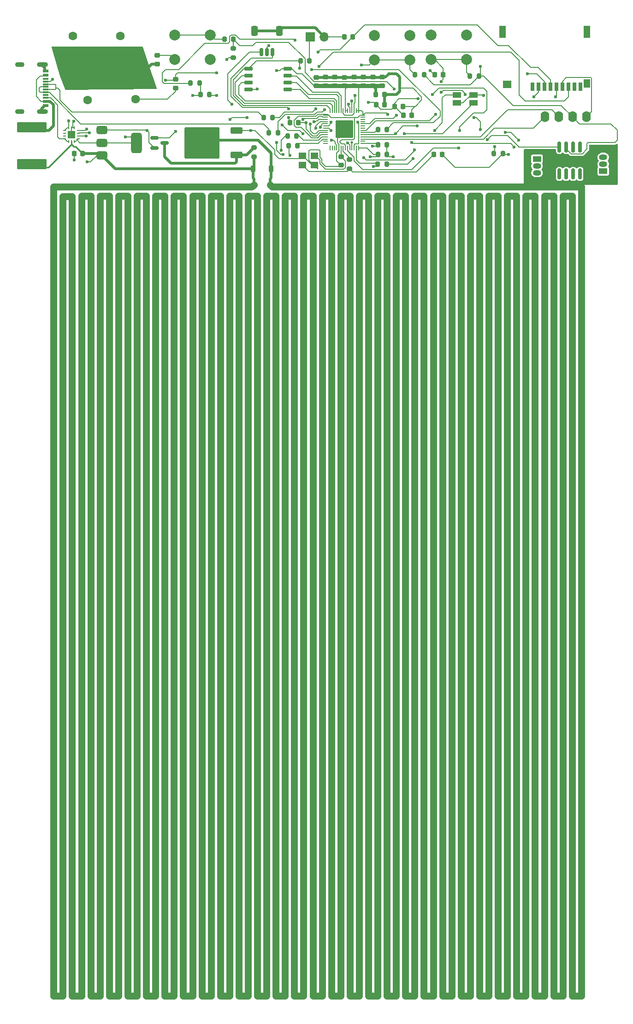
<source format=gbr>
%TF.GenerationSoftware,KiCad,Pcbnew,8.0.8*%
%TF.CreationDate,2025-01-24T10:54:44+05:30*%
%TF.ProjectId,heatPlate,68656174-506c-4617-9465-2e6b69636164,rev?*%
%TF.SameCoordinates,Original*%
%TF.FileFunction,Copper,L1,Top*%
%TF.FilePolarity,Positive*%
%FSLAX46Y46*%
G04 Gerber Fmt 4.6, Leading zero omitted, Abs format (unit mm)*
G04 Created by KiCad (PCBNEW 8.0.8) date 2025-01-24 10:54:44*
%MOMM*%
%LPD*%
G01*
G04 APERTURE LIST*
G04 Aperture macros list*
%AMRoundRect*
0 Rectangle with rounded corners*
0 $1 Rounding radius*
0 $2 $3 $4 $5 $6 $7 $8 $9 X,Y pos of 4 corners*
0 Add a 4 corners polygon primitive as box body*
4,1,4,$2,$3,$4,$5,$6,$7,$8,$9,$2,$3,0*
0 Add four circle primitives for the rounded corners*
1,1,$1+$1,$2,$3*
1,1,$1+$1,$4,$5*
1,1,$1+$1,$6,$7*
1,1,$1+$1,$8,$9*
0 Add four rect primitives between the rounded corners*
20,1,$1+$1,$2,$3,$4,$5,0*
20,1,$1+$1,$4,$5,$6,$7,0*
20,1,$1+$1,$6,$7,$8,$9,0*
20,1,$1+$1,$8,$9,$2,$3,0*%
G04 Aperture macros list end*
%TA.AperFunction,EtchedComponent*%
%ADD10C,0.000000*%
%TD*%
%TA.AperFunction,SMDPad,CuDef*%
%ADD11RoundRect,0.200000X0.200000X0.275000X-0.200000X0.275000X-0.200000X-0.275000X0.200000X-0.275000X0*%
%TD*%
%TA.AperFunction,SMDPad,CuDef*%
%ADD12R,1.400000X1.200000*%
%TD*%
%TA.AperFunction,SMDPad,CuDef*%
%ADD13RoundRect,0.225000X-0.225000X-0.250000X0.225000X-0.250000X0.225000X0.250000X-0.225000X0.250000X0*%
%TD*%
%TA.AperFunction,SMDPad,CuDef*%
%ADD14R,0.700000X1.600000*%
%TD*%
%TA.AperFunction,SMDPad,CuDef*%
%ADD15R,1.200000X1.600000*%
%TD*%
%TA.AperFunction,SMDPad,CuDef*%
%ADD16R,1.200000X2.200000*%
%TD*%
%TA.AperFunction,SMDPad,CuDef*%
%ADD17R,1.600000X1.400000*%
%TD*%
%TA.AperFunction,SMDPad,CuDef*%
%ADD18R,0.177800X0.609600*%
%TD*%
%TA.AperFunction,SMDPad,CuDef*%
%ADD19R,0.609600X0.177800*%
%TD*%
%TA.AperFunction,SMDPad,CuDef*%
%ADD20R,1.447800X1.447800*%
%TD*%
%TA.AperFunction,SMDPad,CuDef*%
%ADD21RoundRect,0.225000X0.250000X-0.225000X0.250000X0.225000X-0.250000X0.225000X-0.250000X-0.225000X0*%
%TD*%
%TA.AperFunction,SMDPad,CuDef*%
%ADD22RoundRect,0.200000X-0.275000X0.200000X-0.275000X-0.200000X0.275000X-0.200000X0.275000X0.200000X0*%
%TD*%
%TA.AperFunction,SMDPad,CuDef*%
%ADD23R,1.140000X0.600000*%
%TD*%
%TA.AperFunction,SMDPad,CuDef*%
%ADD24R,1.140000X0.300000*%
%TD*%
%TA.AperFunction,ComponentPad*%
%ADD25O,2.000000X0.900000*%
%TD*%
%TA.AperFunction,ComponentPad*%
%ADD26O,1.700000X0.900000*%
%TD*%
%TA.AperFunction,SMDPad,CuDef*%
%ADD27RoundRect,0.225000X0.225000X0.250000X-0.225000X0.250000X-0.225000X-0.250000X0.225000X-0.250000X0*%
%TD*%
%TA.AperFunction,SMDPad,CuDef*%
%ADD28RoundRect,0.200000X-0.200000X-0.275000X0.200000X-0.275000X0.200000X0.275000X-0.200000X0.275000X0*%
%TD*%
%TA.AperFunction,ComponentPad*%
%ADD29C,2.000000*%
%TD*%
%TA.AperFunction,ComponentPad*%
%ADD30R,1.600000X1.600000*%
%TD*%
%TA.AperFunction,ComponentPad*%
%ADD31C,1.600000*%
%TD*%
%TA.AperFunction,ComponentPad*%
%ADD32R,1.700000X1.700000*%
%TD*%
%TA.AperFunction,ComponentPad*%
%ADD33O,1.700000X1.700000*%
%TD*%
%TA.AperFunction,SMDPad,CuDef*%
%ADD34RoundRect,0.050000X-0.387500X-0.050000X0.387500X-0.050000X0.387500X0.050000X-0.387500X0.050000X0*%
%TD*%
%TA.AperFunction,SMDPad,CuDef*%
%ADD35RoundRect,0.050000X-0.050000X-0.387500X0.050000X-0.387500X0.050000X0.387500X-0.050000X0.387500X0*%
%TD*%
%TA.AperFunction,ComponentPad*%
%ADD36C,0.600000*%
%TD*%
%TA.AperFunction,SMDPad,CuDef*%
%ADD37RoundRect,0.144000X-1.456000X-1.456000X1.456000X-1.456000X1.456000X1.456000X-1.456000X1.456000X0*%
%TD*%
%TA.AperFunction,SMDPad,CuDef*%
%ADD38C,0.500000*%
%TD*%
%TA.AperFunction,SMDPad,CuDef*%
%ADD39RoundRect,0.225000X-0.225000X-0.375000X0.225000X-0.375000X0.225000X0.375000X-0.225000X0.375000X0*%
%TD*%
%TA.AperFunction,SMDPad,CuDef*%
%ADD40RoundRect,0.225000X-0.250000X0.225000X-0.250000X-0.225000X0.250000X-0.225000X0.250000X0.225000X0*%
%TD*%
%TA.AperFunction,SMDPad,CuDef*%
%ADD41RoundRect,0.150000X-0.150000X0.825000X-0.150000X-0.825000X0.150000X-0.825000X0.150000X0.825000X0*%
%TD*%
%TA.AperFunction,ComponentPad*%
%ADD42O,1.600000X2.000000*%
%TD*%
%TA.AperFunction,SMDPad,CuDef*%
%ADD43RoundRect,0.150000X0.150000X0.625000X-0.150000X0.625000X-0.150000X-0.625000X0.150000X-0.625000X0*%
%TD*%
%TA.AperFunction,SMDPad,CuDef*%
%ADD44RoundRect,0.250000X0.350000X0.650000X-0.350000X0.650000X-0.350000X-0.650000X0.350000X-0.650000X0*%
%TD*%
%TA.AperFunction,ComponentPad*%
%ADD45R,1.500000X1.050000*%
%TD*%
%TA.AperFunction,ComponentPad*%
%ADD46O,1.500000X1.050000*%
%TD*%
%TA.AperFunction,SMDPad,CuDef*%
%ADD47RoundRect,0.150000X-0.650000X-0.150000X0.650000X-0.150000X0.650000X0.150000X-0.650000X0.150000X0*%
%TD*%
%TA.AperFunction,SMDPad,CuDef*%
%ADD48RoundRect,0.375000X-0.625000X-0.375000X0.625000X-0.375000X0.625000X0.375000X-0.625000X0.375000X0*%
%TD*%
%TA.AperFunction,SMDPad,CuDef*%
%ADD49RoundRect,0.500000X-0.500000X-1.400000X0.500000X-1.400000X0.500000X1.400000X-0.500000X1.400000X0*%
%TD*%
%TA.AperFunction,SMDPad,CuDef*%
%ADD50RoundRect,0.250000X-2.475000X0.712500X-2.475000X-0.712500X2.475000X-0.712500X2.475000X0.712500X0*%
%TD*%
%TA.AperFunction,SMDPad,CuDef*%
%ADD51R,1.500000X1.100000*%
%TD*%
%TA.AperFunction,SMDPad,CuDef*%
%ADD52RoundRect,0.250000X0.850000X0.350000X-0.850000X0.350000X-0.850000X-0.350000X0.850000X-0.350000X0*%
%TD*%
%TA.AperFunction,SMDPad,CuDef*%
%ADD53RoundRect,0.250000X1.275000X1.125000X-1.275000X1.125000X-1.275000X-1.125000X1.275000X-1.125000X0*%
%TD*%
%TA.AperFunction,SMDPad,CuDef*%
%ADD54RoundRect,0.249997X2.950003X2.650003X-2.950003X2.650003X-2.950003X-2.650003X2.950003X-2.650003X0*%
%TD*%
%TA.AperFunction,SMDPad,CuDef*%
%ADD55RoundRect,0.150000X-0.587500X-0.150000X0.587500X-0.150000X0.587500X0.150000X-0.587500X0.150000X0*%
%TD*%
%TA.AperFunction,ViaPad*%
%ADD56C,0.600000*%
%TD*%
%TA.AperFunction,ViaPad*%
%ADD57C,0.500000*%
%TD*%
%TA.AperFunction,Conductor*%
%ADD58C,0.500000*%
%TD*%
%TA.AperFunction,Conductor*%
%ADD59C,0.200000*%
%TD*%
%TA.AperFunction,Conductor*%
%ADD60C,0.250000*%
%TD*%
%TA.AperFunction,Conductor*%
%ADD61C,0.800000*%
%TD*%
%TA.AperFunction,Conductor*%
%ADD62C,1.300000*%
%TD*%
%TA.AperFunction,Conductor*%
%ADD63C,0.300000*%
%TD*%
G04 APERTURE END LIST*
D10*
%TA.AperFunction,EtchedComponent*%
%TO.C,NT1*%
G36*
X106250000Y-76000000D02*
G01*
X105750000Y-76000000D01*
X105750000Y-75000000D01*
X106250000Y-75000000D01*
X106250000Y-76000000D01*
G37*
%TD.AperFunction*%
%TA.AperFunction,EtchedComponent*%
%TO.C,NT2*%
G36*
X109250000Y-76000000D02*
G01*
X108750000Y-76000000D01*
X108750000Y-75000000D01*
X109250000Y-75000000D01*
X109250000Y-76000000D01*
G37*
%TD.AperFunction*%
%TD*%
D11*
%TO.P,R9,1*%
%TO.N,GND*%
X151750000Y-70250000D03*
%TO.P,R9,2*%
%TO.N,/GPIO1*%
X150100000Y-70250000D03*
%TD*%
D12*
%TO.P,Y1,1,1*%
%TO.N,/XIN*%
X117100000Y-70650000D03*
%TO.P,Y1,2,2*%
%TO.N,GND*%
X114900000Y-70650000D03*
%TO.P,Y1,3,3*%
%TO.N,Net-(C6-Pad1)*%
X114900000Y-72350000D03*
%TO.P,Y1,4,4*%
%TO.N,GND*%
X117100000Y-72350000D03*
%TD*%
D13*
%TO.P,C4,1*%
%TO.N,+3V3*%
X128425000Y-59400000D03*
%TO.P,C4,2*%
%TO.N,GND*%
X129975000Y-59400000D03*
%TD*%
D14*
%TO.P,J2,1,DAT2*%
%TO.N,unconnected-(J2-DAT2-Pad1)*%
X157150000Y-58000000D03*
%TO.P,J2,2,CD/DAT3*%
%TO.N,/GPIO3*%
X158250000Y-58000000D03*
%TO.P,J2,3,CMD*%
%TO.N,/GPIO2*%
X159350000Y-58000000D03*
%TO.P,J2,4,VDD*%
%TO.N,+3V3*%
X160450000Y-58000000D03*
%TO.P,J2,5,CLK*%
%TO.N,/GPIO1*%
X161550000Y-58000000D03*
%TO.P,J2,6,VSS*%
%TO.N,GND*%
X162650000Y-58000000D03*
%TO.P,J2,7,DAT0*%
%TO.N,/GPIO0*%
X163750000Y-58000000D03*
%TO.P,J2,8,DAT1*%
%TO.N,unconnected-(J2-DAT1-Pad8)*%
X164850000Y-58000000D03*
%TO.P,J2,9*%
%TO.N,N/C*%
X165950000Y-58000000D03*
D15*
%TO.P,J2,10*%
X167150000Y-57400000D03*
D16*
%TO.P,J2,11*%
X167150000Y-47900000D03*
%TO.P,J2,12*%
X151650000Y-47900000D03*
D17*
%TO.P,J2,13*%
X152550000Y-57500000D03*
%TD*%
D18*
%TO.P,U4,1,CC2*%
%TO.N,/cc2*%
X71994601Y-67994600D03*
%TO.P,U4,2,VBUS*%
%TO.N,VBUS*%
X72494600Y-67994600D03*
%TO.P,U4,3,VDD*%
%TO.N,+3V3*%
X72994599Y-67994600D03*
D19*
%TO.P,U4,4,VDD*%
X73739200Y-67500001D03*
%TO.P,U4,5,INT_N*%
%TO.N,/GPIO16*%
X73739200Y-67000000D03*
%TO.P,U4,6,SCL*%
%TO.N,/GPIO17*%
X73739200Y-66500000D03*
%TO.P,U4,7,SDA*%
%TO.N,/GPIO18*%
X73739200Y-65999999D03*
D18*
%TO.P,U4,8,GND*%
%TO.N,GND*%
X72994599Y-65505400D03*
%TO.P,U4,9,GND*%
X72494600Y-65505400D03*
%TO.P,U4,10,CC1*%
%TO.N,/cc1*%
X71994601Y-65505400D03*
D19*
%TO.P,U4,11,CC1*%
X71250000Y-65999999D03*
%TO.P,U4,12,VCONN*%
%TO.N,unconnected-(U4-VCONN-Pad12)*%
X71250000Y-66500000D03*
%TO.P,U4,13,VCONN*%
%TO.N,unconnected-(U4-VCONN-Pad13)*%
X71250000Y-67000000D03*
%TO.P,U4,14,CC2*%
%TO.N,/cc2*%
X71250000Y-67500001D03*
D20*
%TO.P,U4,15,EPAD*%
%TO.N,GND*%
X72494600Y-66750000D03*
%TD*%
D21*
%TO.P,C18,1*%
%TO.N,+3V3*%
X117500000Y-57800000D03*
%TO.P,C18,2*%
%TO.N,GND*%
X117500000Y-56250000D03*
%TD*%
%TO.P,C21,1*%
%TO.N,+3V3*%
X120880000Y-57775000D03*
%TO.P,C21,2*%
%TO.N,GND*%
X120880000Y-56225000D03*
%TD*%
D13*
%TO.P,C7,1*%
%TO.N,+1V1*%
X133425000Y-63200000D03*
%TO.P,C7,2*%
%TO.N,GND*%
X134975000Y-63200000D03*
%TD*%
D22*
%TO.P,R12,1*%
%TO.N,/RUN*%
X102200000Y-50975000D03*
%TO.P,R12,2*%
%TO.N,/GPIO23*%
X102200000Y-52625000D03*
%TD*%
D21*
%TO.P,C22,1*%
%TO.N,+3V3*%
X119130000Y-57750000D03*
%TO.P,C22,2*%
%TO.N,GND*%
X119130000Y-56200000D03*
%TD*%
D13*
%TO.P,C8,1*%
%TO.N,+1V1*%
X131825000Y-61600000D03*
%TO.P,C8,2*%
%TO.N,GND*%
X133375000Y-61600000D03*
%TD*%
D23*
%TO.P,J4,A1_B12,GND*%
%TO.N,GND*%
X67750000Y-55050000D03*
%TO.P,J4,A4_B9,VBUS*%
%TO.N,+VDC*%
X67750000Y-55850000D03*
D24*
%TO.P,J4,A5,CC1*%
%TO.N,/cc1*%
X67750000Y-57000000D03*
%TO.P,J4,A6,DP1*%
%TO.N,/D+*%
X67750000Y-58000000D03*
%TO.P,J4,A7,DN1*%
%TO.N,/D-*%
X67750000Y-58500000D03*
%TO.P,J4,A8,SBU1*%
%TO.N,unconnected-(J4-SBU1-PadA8)*%
X67750000Y-59500000D03*
D23*
%TO.P,J4,B1_A12,GND*%
%TO.N,GND*%
X67750000Y-61450000D03*
%TO.P,J4,B4_A9,VBUS*%
%TO.N,+VDC*%
X67750000Y-60650000D03*
D24*
%TO.P,J4,B5,CC2*%
%TO.N,/cc2*%
X67750000Y-60000000D03*
%TO.P,J4,B6,DP2*%
%TO.N,/D+*%
X67750000Y-59000000D03*
%TO.P,J4,B7,DN2*%
%TO.N,/D-*%
X67750000Y-57500000D03*
%TO.P,J4,B8,SBU2*%
%TO.N,unconnected-(J4-SBU2-PadB8)*%
X67750000Y-56500000D03*
D25*
%TO.P,J4,S1,SHIELD*%
%TO.N,GND*%
X67170000Y-53925000D03*
%TO.P,J4,S2,SHIELD*%
X67170000Y-62575000D03*
D26*
%TO.P,J4,S3,SHIELD*%
X63000000Y-53925000D03*
%TO.P,J4,S4,SHIELD*%
X63000000Y-62575000D03*
%TD*%
D27*
%TO.P,C19,1*%
%TO.N,VBUS*%
X74525000Y-70250000D03*
%TO.P,C19,2*%
%TO.N,GND*%
X72975000Y-70250000D03*
%TD*%
D21*
%TO.P,C15,1*%
%TO.N,+3V3*%
X122630000Y-57800000D03*
%TO.P,C15,2*%
%TO.N,GND*%
X122630000Y-56250000D03*
%TD*%
D28*
%TO.P,R7,1*%
%TO.N,/QSPI_SS*%
X114575000Y-53200000D03*
%TO.P,R7,2*%
%TO.N,/~{USB_BOOT}*%
X116225000Y-53200000D03*
%TD*%
D11*
%TO.P,R1,1*%
%TO.N,/GPIO8*%
X113825000Y-67000000D03*
%TO.P,R1,2*%
%TO.N,Net-(LED1B-A2)*%
X112175000Y-67000000D03*
%TD*%
D29*
%TO.P,SW2,1,1*%
%TO.N,/GPIO6*%
X145050000Y-53000000D03*
X138550000Y-53000000D03*
%TO.P,SW2,2,2*%
%TO.N,GND*%
X145050000Y-48500000D03*
X138550000Y-48500000D03*
%TD*%
D21*
%TO.P,C20,1*%
%TO.N,+3V3*%
X127880000Y-57750000D03*
%TO.P,C20,2*%
%TO.N,GND*%
X127880000Y-56200000D03*
%TD*%
D30*
%TO.P,C11,1*%
%TO.N,VBUS*%
X84250000Y-56750000D03*
D31*
%TO.P,C11,2*%
%TO.N,GND*%
X84250000Y-60250000D03*
%TD*%
D27*
%TO.P,C2,1*%
%TO.N,/GPIO6*%
X140775000Y-55750000D03*
%TO.P,C2,2*%
%TO.N,GND*%
X139225000Y-55750000D03*
%TD*%
D32*
%TO.P,J1,1,Pin_1*%
%TO.N,/~{USB_BOOT}*%
X116400000Y-48800000D03*
D33*
%TO.P,J1,2,Pin_2*%
%TO.N,GND*%
X118940000Y-48800000D03*
%TD*%
D34*
%TO.P,U2,1,IOVDD*%
%TO.N,+3V3*%
X119175000Y-63175000D03*
%TO.P,U2,2,GPIO0*%
%TO.N,/GPIO0*%
X119175000Y-63575000D03*
%TO.P,U2,3,GPIO1*%
%TO.N,/GPIO1*%
X119175000Y-63975000D03*
%TO.P,U2,4,GPIO2*%
%TO.N,/GPIO2*%
X119175000Y-64375000D03*
%TO.P,U2,5,GPIO3*%
%TO.N,/GPIO3*%
X119175000Y-64775000D03*
%TO.P,U2,6,GPIO4*%
%TO.N,/GPIO4*%
X119175000Y-65175000D03*
%TO.P,U2,7,GPIO5*%
%TO.N,/GPIO5*%
X119175000Y-65575000D03*
%TO.P,U2,8,GPIO6*%
%TO.N,/GPIO6*%
X119175000Y-65975000D03*
%TO.P,U2,9,GPIO7*%
%TO.N,/GPIO7*%
X119175000Y-66375000D03*
%TO.P,U2,10,IOVDD*%
%TO.N,+3V3*%
X119175000Y-66775000D03*
%TO.P,U2,11,GPIO8*%
%TO.N,/GPIO8*%
X119175000Y-67175000D03*
%TO.P,U2,12,GPIO9*%
%TO.N,/GPIO9*%
X119175000Y-67575000D03*
%TO.P,U2,13,GPIO10*%
%TO.N,/GPIO10*%
X119175000Y-67975000D03*
%TO.P,U2,14,GPIO11*%
%TO.N,/GPIO11*%
X119175000Y-68375000D03*
D35*
%TO.P,U2,15,GPIO12*%
%TO.N,/GPIO12*%
X120012500Y-69212500D03*
%TO.P,U2,16,GPIO13*%
%TO.N,/GPIO13*%
X120412500Y-69212500D03*
%TO.P,U2,17,GPIO14*%
%TO.N,/GPIO14*%
X120812500Y-69212500D03*
%TO.P,U2,18,GPIO15*%
%TO.N,/GPIO15*%
X121212500Y-69212500D03*
%TO.P,U2,19,TESTEN*%
%TO.N,GND*%
X121612500Y-69212500D03*
%TO.P,U2,20,XIN*%
%TO.N,/XIN*%
X122012500Y-69212500D03*
%TO.P,U2,21,XOUT*%
%TO.N,/XOUT*%
X122412500Y-69212500D03*
%TO.P,U2,22,IOVDD*%
%TO.N,+3V3*%
X122812500Y-69212500D03*
%TO.P,U2,23,DVDD*%
%TO.N,+1V1*%
X123212500Y-69212500D03*
%TO.P,U2,24,SWCLK*%
%TO.N,/SWCLK*%
X123612500Y-69212500D03*
%TO.P,U2,25,SWD*%
%TO.N,/SWD*%
X124012500Y-69212500D03*
%TO.P,U2,26,RUN*%
%TO.N,/RUN*%
X124412500Y-69212500D03*
%TO.P,U2,27,GPIO16*%
%TO.N,/GPIO16*%
X124812500Y-69212500D03*
%TO.P,U2,28,GPIO17*%
%TO.N,/GPIO17*%
X125212500Y-69212500D03*
D34*
%TO.P,U2,29,GPIO18*%
%TO.N,/GPIO18*%
X126050000Y-68375000D03*
%TO.P,U2,30,GPIO19*%
%TO.N,/GPIO19*%
X126050000Y-67975000D03*
%TO.P,U2,31,GPIO20*%
%TO.N,/GPIO20*%
X126050000Y-67575000D03*
%TO.P,U2,32,GPIO21*%
%TO.N,/GPIO21*%
X126050000Y-67175000D03*
%TO.P,U2,33,IOVDD*%
%TO.N,+3V3*%
X126050000Y-66775000D03*
%TO.P,U2,34,GPIO22*%
%TO.N,/GPIO22*%
X126050000Y-66375000D03*
%TO.P,U2,35,GPIO23*%
%TO.N,/GPIO23*%
X126050000Y-65975000D03*
%TO.P,U2,36,GPIO24*%
%TO.N,/GPIO24*%
X126050000Y-65575000D03*
%TO.P,U2,37,GPIO25*%
%TO.N,/GPIO25*%
X126050000Y-65175000D03*
%TO.P,U2,38,GPIO26_ADC0*%
%TO.N,/GPIO26_ADC0*%
X126050000Y-64775000D03*
%TO.P,U2,39,GPIO27_ADC1*%
%TO.N,/GPIO27_ADC1*%
X126050000Y-64375000D03*
%TO.P,U2,40,GPIO28_ADC2*%
%TO.N,/GPIO28_ADC2*%
X126050000Y-63975000D03*
%TO.P,U2,41,GPIO29_ADC3*%
%TO.N,/GPIO29_ADC3*%
X126050000Y-63575000D03*
%TO.P,U2,42,IOVDD*%
%TO.N,+3V3*%
X126050000Y-63175000D03*
D35*
%TO.P,U2,43,ADC_AVDD*%
X125212500Y-62337500D03*
%TO.P,U2,44,VREG_IN*%
X124812500Y-62337500D03*
%TO.P,U2,45,VREG_VOUT*%
%TO.N,+1V1*%
X124412500Y-62337500D03*
%TO.P,U2,46,USB_DM*%
%TO.N,Net-(U2-USB_DM)*%
X124012500Y-62337500D03*
%TO.P,U2,47,USB_DP*%
%TO.N,Net-(U2-USB_DP)*%
X123612500Y-62337500D03*
%TO.P,U2,48,USB_VDD*%
%TO.N,+3V3*%
X123212500Y-62337500D03*
%TO.P,U2,49,IOVDD*%
X122812500Y-62337500D03*
%TO.P,U2,50,DVDD*%
%TO.N,+1V1*%
X122412500Y-62337500D03*
%TO.P,U2,51,QSPI_SD3*%
%TO.N,/QSPI_SD3*%
X122012500Y-62337500D03*
%TO.P,U2,52,QSPI_SCLK*%
%TO.N,/QSPI_SCLK*%
X121612500Y-62337500D03*
%TO.P,U2,53,QSPI_SD0*%
%TO.N,/QSPI_SD0*%
X121212500Y-62337500D03*
%TO.P,U2,54,QSPI_SD2*%
%TO.N,/QSPI_SD2*%
X120812500Y-62337500D03*
%TO.P,U2,55,QSPI_SD1*%
%TO.N,/QSPI_SD1*%
X120412500Y-62337500D03*
%TO.P,U2,56,QSPI_SS*%
%TO.N,/QSPI_SS*%
X120012500Y-62337500D03*
D36*
%TO.P,U2,57,GND*%
%TO.N,GND*%
X121337500Y-64500000D03*
X121337500Y-65775000D03*
X121337500Y-67050000D03*
X122612500Y-64500000D03*
X122612500Y-65775000D03*
D37*
X122612500Y-65775000D03*
D36*
X122612500Y-67050000D03*
X123887500Y-64500000D03*
X123887500Y-65775000D03*
X123887500Y-67050000D03*
%TD*%
D38*
%TO.P,NT1,1,1*%
%TO.N,VBUS*%
X106000000Y-75000000D03*
%TO.P,NT1,2,2*%
%TO.N,HEATPLATE*%
X106000000Y-76000000D03*
%TD*%
D28*
%TO.P,R15,1*%
%TO.N,/D-*%
X107800000Y-63600000D03*
%TO.P,R15,2*%
%TO.N,Net-(U2-USB_DM)*%
X109450000Y-63600000D03*
%TD*%
%TO.P,R18,1*%
%TO.N,/GPIO18*%
X128775000Y-68600000D03*
%TO.P,R18,2*%
%TO.N,+3V3*%
X130425000Y-68600000D03*
%TD*%
D39*
%TO.P,D1,1,K*%
%TO.N,VBUS*%
X105850000Y-73000000D03*
%TO.P,D1,2,A*%
%TO.N,Net-(D1-A)*%
X109150000Y-73000000D03*
%TD*%
D13*
%TO.P,C6,1*%
%TO.N,Net-(C6-Pad1)*%
X139025000Y-70400000D03*
%TO.P,C6,2*%
%TO.N,GND*%
X140575000Y-70400000D03*
%TD*%
D28*
%TO.P,R4,1*%
%TO.N,/GPIO6*%
X145675000Y-56000000D03*
%TO.P,R4,2*%
%TO.N,+3.3V*%
X147325000Y-56000000D03*
%TD*%
D40*
%TO.P,C17,1*%
%TO.N,+3V3*%
X91600000Y-56625000D03*
%TO.P,C17,2*%
%TO.N,GND*%
X91600000Y-58175000D03*
%TD*%
D21*
%TO.P,C12,1*%
%TO.N,+3V3*%
X124380000Y-57775000D03*
%TO.P,C12,2*%
%TO.N,GND*%
X124380000Y-56225000D03*
%TD*%
D41*
%TO.P,TEMP2,1,NC*%
%TO.N,unconnected-(TEMP2-NC-Pad1)*%
X165905000Y-69025000D03*
%TO.P,TEMP2,2,NC*%
%TO.N,unconnected-(TEMP2-NC-Pad2)*%
X164635000Y-69025000D03*
%TO.P,TEMP2,3,VDD*%
%TO.N,+3.3V*%
X163365000Y-69025000D03*
%TO.P,TEMP2,4,DQ*%
%TO.N,/GPIO4*%
X162095000Y-69025000D03*
%TO.P,TEMP2,5,GND*%
%TO.N,GND*%
X162095000Y-73975000D03*
%TO.P,TEMP2,6,NC*%
%TO.N,unconnected-(TEMP2-NC-Pad6)*%
X163365000Y-73975000D03*
%TO.P,TEMP2,7,NC*%
%TO.N,unconnected-(TEMP2-NC-Pad7)*%
X164635000Y-73975000D03*
%TO.P,TEMP2,8,NC*%
%TO.N,unconnected-(TEMP2-NC-Pad8)*%
X165905000Y-73975000D03*
%TD*%
D22*
%TO.P,R10,1*%
%TO.N,Net-(Q1-C)*%
X106000000Y-69175000D03*
%TO.P,R10,2*%
%TO.N,VBUS*%
X106000000Y-70825000D03*
%TD*%
D30*
%TO.P,C13,1*%
%TO.N,VBUS*%
X75500000Y-56900000D03*
D31*
%TO.P,C13,2*%
%TO.N,GND*%
X75500000Y-60400000D03*
%TD*%
D29*
%TO.P,SW1,1,1*%
%TO.N,/GPIO7*%
X134650000Y-53050000D03*
X128150000Y-53050000D03*
%TO.P,SW1,2,2*%
%TO.N,GND*%
X134650000Y-48550000D03*
X128150000Y-48550000D03*
%TD*%
D30*
%TO.P,C14,1*%
%TO.N,VBUS*%
X81500000Y-52152651D03*
D31*
%TO.P,C14,2*%
%TO.N,GND*%
X81500000Y-48652651D03*
%TD*%
D28*
%TO.P,R16,1*%
%TO.N,/GPIO16*%
X128750000Y-72200000D03*
%TO.P,R16,2*%
%TO.N,+3V3*%
X130400000Y-72200000D03*
%TD*%
D11*
%TO.P,R8,1*%
%TO.N,Net-(Q1-B)*%
X96025000Y-57250000D03*
%TO.P,R8,2*%
%TO.N,+3.3V*%
X94375000Y-57250000D03*
%TD*%
D21*
%TO.P,C24,1*%
%TO.N,+3V3*%
X129600000Y-57775000D03*
%TO.P,C24,2*%
%TO.N,GND*%
X129600000Y-56225000D03*
%TD*%
D13*
%TO.P,C3,1*%
%TO.N,GND*%
X122625000Y-48800000D03*
%TO.P,C3,2*%
%TO.N,+3V3*%
X124175000Y-48800000D03*
%TD*%
D42*
%TO.P,OLED1,1,GND*%
%TO.N,GND*%
X167080000Y-63500000D03*
%TO.P,OLED1,2,VCC*%
%TO.N,+3.3V*%
X164540000Y-63500000D03*
%TO.P,OLED1,3,SCL*%
%TO.N,/GPIO21*%
X162000000Y-63500000D03*
%TO.P,OLED1,4,SDA*%
%TO.N,/GPIO20*%
X159460000Y-63500000D03*
%TD*%
D29*
%TO.P,SW3,1,1*%
%TO.N,GND*%
X98000000Y-53000000D03*
X91500000Y-53000000D03*
%TO.P,SW3,2,2*%
%TO.N,Net-(R13-Pad2)*%
X98000000Y-48500000D03*
X91500000Y-48500000D03*
%TD*%
D27*
%TO.P,C1,1*%
%TO.N,/GPIO7*%
X114175000Y-64600000D03*
%TO.P,C1,2*%
%TO.N,GND*%
X112625000Y-64600000D03*
%TD*%
D28*
%TO.P,R3,1*%
%TO.N,/GPIO7*%
X135600000Y-55800000D03*
%TO.P,R3,2*%
%TO.N,+3.3V*%
X137250000Y-55800000D03*
%TD*%
D11*
%TO.P,R5,1*%
%TO.N,/GPIO15*%
X97825000Y-59400000D03*
%TO.P,R5,2*%
%TO.N,Net-(Q1-B)*%
X96175000Y-59400000D03*
%TD*%
D43*
%TO.P,J3,1,Pin_1*%
%TO.N,/SWCLK*%
X109400000Y-51600000D03*
%TO.P,J3,2,Pin_2*%
%TO.N,GND*%
X108400000Y-51600000D03*
%TO.P,J3,3,Pin_3*%
%TO.N,/SWD*%
X107400000Y-51600000D03*
D44*
%TO.P,J3,MP,MountPin*%
%TO.N,GND*%
X110700000Y-47725000D03*
X106100000Y-47725000D03*
%TD*%
D21*
%TO.P,C10,1*%
%TO.N,VBUS*%
X88250000Y-53775000D03*
%TO.P,C10,2*%
%TO.N,GND*%
X88250000Y-52225000D03*
%TD*%
D45*
%TO.P,TEMP3,1,+VS*%
%TO.N,+3.3V*%
X170160000Y-73470000D03*
D46*
%TO.P,TEMP3,2,Vout*%
%TO.N,/GPIO26_ADC0*%
X170160000Y-72200000D03*
%TO.P,TEMP3,3,GND*%
%TO.N,GND*%
X170160000Y-70930000D03*
%TD*%
D47*
%TO.P,U1,1,~{CS}*%
%TO.N,/QSPI_SS*%
X105000000Y-54695000D03*
%TO.P,U1,2,DO(IO1)*%
%TO.N,/QSPI_SD1*%
X105000000Y-55965000D03*
%TO.P,U1,3,IO2*%
%TO.N,/QSPI_SD2*%
X105000000Y-57235000D03*
%TO.P,U1,4,GND*%
%TO.N,GND*%
X105000000Y-58505000D03*
%TO.P,U1,5,DI(IO0)*%
%TO.N,/QSPI_SD0*%
X112200000Y-58505000D03*
%TO.P,U1,6,CLK*%
%TO.N,/QSPI_SCLK*%
X112200000Y-57235000D03*
%TO.P,U1,7,IO3*%
%TO.N,/QSPI_SD3*%
X112200000Y-55965000D03*
%TO.P,U1,8,VCC*%
%TO.N,+3V3*%
X112200000Y-54695000D03*
%TD*%
D11*
%TO.P,R2,1*%
%TO.N,/GPIO9*%
X114025000Y-68800000D03*
%TO.P,R2,2*%
%TO.N,Net-(LED1A-A1)*%
X112375000Y-68800000D03*
%TD*%
D30*
%TO.P,C16,1*%
%TO.N,VBUS*%
X72750000Y-52152651D03*
D31*
%TO.P,C16,2*%
%TO.N,GND*%
X72750000Y-48652651D03*
%TD*%
D38*
%TO.P,NT2,1,1*%
%TO.N,Net-(D1-A)*%
X109000000Y-75000000D03*
%TO.P,NT2,2,2*%
%TO.N,HEATPLATE*%
X109000000Y-76000000D03*
%TD*%
D40*
%TO.P,C5,1*%
%TO.N,/XIN*%
X122000000Y-70825000D03*
%TO.P,C5,2*%
%TO.N,GND*%
X122000000Y-72375000D03*
%TD*%
D11*
%TO.P,R13,1*%
%TO.N,/RUN*%
X102250000Y-49250000D03*
%TO.P,R13,2*%
%TO.N,Net-(R13-Pad2)*%
X100600000Y-49250000D03*
%TD*%
D21*
%TO.P,C23,1*%
%TO.N,+3V3*%
X126130000Y-57775000D03*
%TO.P,C23,2*%
%TO.N,GND*%
X126130000Y-56225000D03*
%TD*%
D28*
%TO.P,R14,1*%
%TO.N,/D+*%
X108775000Y-66400000D03*
%TO.P,R14,2*%
%TO.N,Net-(U2-USB_DP)*%
X110425000Y-66400000D03*
%TD*%
D22*
%TO.P,R11,1*%
%TO.N,/XOUT*%
X123600000Y-71375000D03*
%TO.P,R11,2*%
%TO.N,Net-(C6-Pad1)*%
X123600000Y-73025000D03*
%TD*%
D28*
%TO.P,R17,1*%
%TO.N,/GPIO17*%
X128775000Y-70400000D03*
%TO.P,R17,2*%
%TO.N,+3V3*%
X130425000Y-70400000D03*
%TD*%
D48*
%TO.P,U3,1,GND*%
%TO.N,GND*%
X78100000Y-65950000D03*
%TO.P,U3,2,VO*%
%TO.N,+3V3*%
X78100000Y-68250000D03*
D49*
X84400000Y-68250000D03*
D48*
%TO.P,U3,3,VI*%
%TO.N,VBUS*%
X78100000Y-70550000D03*
%TD*%
D45*
%TO.P,TEMP1,1,GND*%
%TO.N,GND*%
X158000000Y-71230000D03*
D46*
%TO.P,TEMP1,2,DQ*%
%TO.N,/GPIO5*%
X158000000Y-72500000D03*
%TO.P,TEMP1,3,VDD*%
%TO.N,+3.3V*%
X158000000Y-73770000D03*
%TD*%
D50*
%TO.P,F1,1*%
%TO.N,+VDC*%
X65200000Y-65412500D03*
%TO.P,F1,2*%
%TO.N,VBUS*%
X65200000Y-72187500D03*
%TD*%
D51*
%TO.P,LED1,1,A1*%
%TO.N,Net-(LED1A-A1)*%
X143300000Y-59450000D03*
%TO.P,LED1,2,K1*%
%TO.N,GND*%
X146300000Y-59450000D03*
%TO.P,LED1,3,A2*%
%TO.N,Net-(LED1B-A2)*%
X146300000Y-60950000D03*
%TO.P,LED1,4,K2*%
%TO.N,GND*%
X143300000Y-60950000D03*
%TD*%
D52*
%TO.P,Q2,1,G*%
%TO.N,Net-(Q1-C)*%
X102800000Y-70530000D03*
D53*
%TO.P,Q2,2,D*%
%TO.N,Net-(D1-A)*%
X98175000Y-69775000D03*
X98175000Y-66725000D03*
D54*
X96500000Y-68250000D03*
D53*
X94825000Y-69775000D03*
X94825000Y-66725000D03*
D52*
%TO.P,Q2,3,S*%
%TO.N,GND*%
X102800000Y-65970000D03*
%TD*%
D11*
%TO.P,R6,1*%
%TO.N,/QSPI_SS*%
X130425000Y-65800000D03*
%TO.P,R6,2*%
%TO.N,/GPIO22*%
X128775000Y-65800000D03*
%TD*%
D13*
%TO.P,C9,1*%
%TO.N,+1V1*%
X128475000Y-61250000D03*
%TO.P,C9,2*%
%TO.N,GND*%
X130025000Y-61250000D03*
%TD*%
D55*
%TO.P,Q1,1,B*%
%TO.N,Net-(Q1-B)*%
X87750000Y-67350000D03*
%TO.P,Q1,2,E*%
%TO.N,GND*%
X87750000Y-69250000D03*
%TO.P,Q1,3,C*%
%TO.N,Net-(Q1-C)*%
X89625000Y-68300000D03*
%TD*%
D56*
%TO.N,GND*%
X86400000Y-66000000D03*
X105400000Y-66000000D03*
X104800000Y-63600000D03*
X112400000Y-63600000D03*
X130800000Y-55600000D03*
X138400000Y-55000000D03*
X108776265Y-50395633D03*
X73000000Y-71400000D03*
X101600000Y-64000000D03*
X162200000Y-74600000D03*
X72892892Y-64307108D03*
X148200000Y-59600000D03*
X152800000Y-70400000D03*
X106600000Y-58400000D03*
%TO.N,VBUS*%
X75400000Y-71800000D03*
%TO.N,+3V3*%
X132000000Y-66575000D03*
X89800000Y-56800000D03*
X130600000Y-63000000D03*
X136000000Y-65200000D03*
X99200000Y-55400000D03*
X110200000Y-55000000D03*
X117800000Y-51600000D03*
X130425000Y-68400000D03*
X135200000Y-71200000D03*
X131600000Y-70800000D03*
X82400000Y-67200000D03*
%TO.N,+1V1*%
X138800000Y-59400000D03*
X127000000Y-60800000D03*
X124600000Y-59600000D03*
X143800000Y-66000000D03*
X136200000Y-60200000D03*
X143600000Y-69200000D03*
%TO.N,/GPIO6*%
X116345261Y-64859697D03*
X140400000Y-57000000D03*
%TO.N,/cc1*%
X69000000Y-56600000D03*
X72000000Y-64200000D03*
%TO.N,Net-(LED1B-A2)*%
X133600000Y-66575000D03*
X111054369Y-69652370D03*
%TO.N,Net-(LED1A-A1)*%
X139200000Y-65975000D03*
X112600000Y-70600000D03*
X126200000Y-71000000D03*
X135500000Y-69600000D03*
%TO.N,Net-(Q1-B)*%
X94800000Y-59600000D03*
X91600000Y-66200000D03*
%TO.N,/QSPI_SS*%
X116600000Y-54800000D03*
X114400000Y-54600000D03*
%TO.N,Net-(U2-USB_DP)*%
X123412500Y-61200000D03*
X119000000Y-62200000D03*
%TO.N,Net-(U2-USB_DM)*%
X117400000Y-62000000D03*
X124000000Y-60600000D03*
%TO.N,+3.3V*%
X113600000Y-49400000D03*
X163365000Y-69025000D03*
X147600000Y-54200000D03*
%TO.N,/GPIO15*%
X120276513Y-67800001D03*
X114969208Y-66575000D03*
X111200000Y-65000000D03*
X99200000Y-59600000D03*
%TO.N,/GPIO17*%
X127400000Y-70800000D03*
X75800000Y-66400000D03*
%TO.N,/GPIO18*%
X75290907Y-65782888D03*
X127755559Y-68907029D03*
%TO.N,/GPIO16*%
X75200000Y-67000000D03*
X128000000Y-72600000D03*
%TO.N,/GPIO5*%
X135000000Y-68200000D03*
X153800000Y-69015000D03*
X120200000Y-66000000D03*
%TO.N,/GPIO4*%
X147600000Y-65800000D03*
X120200000Y-64500000D03*
X148889927Y-67689927D03*
X146400000Y-63600000D03*
%TO.N,/GPIO26_ADC0*%
X152175735Y-66375735D03*
X132200000Y-63200000D03*
X154600000Y-67800000D03*
%TO.N,/SWD*%
X102000000Y-61200000D03*
D57*
X124012500Y-68212500D03*
D56*
%TO.N,/GPIO3*%
X157400000Y-59800000D03*
X118200000Y-65375000D03*
%TO.N,/GPIO2*%
X140400000Y-59000000D03*
X156200000Y-55600000D03*
X117400000Y-65600000D03*
X144800000Y-59400000D03*
%TO.N,/SWCLK*%
X112400000Y-62000000D03*
X123256431Y-68275000D03*
%TO.N,/GPIO0*%
X118000000Y-54200000D03*
X115037675Y-63999999D03*
%TO.N,/RUN*%
X131800000Y-58400000D03*
X125112500Y-64500000D03*
%TO.N,/GPIO23*%
X139400000Y-63000000D03*
X101000000Y-53000000D03*
%TO.N,/GPIO1*%
X150200000Y-69000000D03*
X117000000Y-64400000D03*
X110200000Y-68200000D03*
X161400000Y-59800000D03*
X111400000Y-70400000D03*
%TO.N,/GPIO7*%
X115574749Y-64592920D03*
X125800000Y-54000000D03*
%TD*%
D58*
%TO.N,GND*%
X129600000Y-56225000D02*
X130175000Y-56225000D01*
D59*
X114350000Y-71200000D02*
X110600000Y-71200000D01*
X162095000Y-74495000D02*
X162200000Y-74600000D01*
X119185075Y-72619389D02*
X118500000Y-71934314D01*
X144400000Y-60950000D02*
X145900000Y-59450000D01*
D58*
X117500000Y-56250000D02*
X129575000Y-56250000D01*
D59*
X108400000Y-50771898D02*
X108776265Y-50395633D01*
X135600000Y-61600000D02*
X135648529Y-61600000D01*
X162175000Y-73975000D02*
X162200000Y-74000000D01*
X78100000Y-65950000D02*
X86350000Y-65950000D01*
X162650000Y-57000000D02*
X163350000Y-56300000D01*
X121337500Y-68237954D02*
X121337500Y-67050000D01*
X86350000Y-65950000D02*
X86400000Y-66000000D01*
X106495000Y-58505000D02*
X106600000Y-58400000D01*
X118500000Y-71284314D02*
X118100000Y-70884314D01*
X134975000Y-63200000D02*
X134975000Y-62225000D01*
X163350000Y-56300000D02*
X167900000Y-56300000D01*
X139225000Y-55750000D02*
X139150000Y-55750000D01*
X117743226Y-72993226D02*
X117100000Y-72350000D01*
X114900000Y-70650000D02*
X114350000Y-71200000D01*
X122625000Y-48800000D02*
X118940000Y-48800000D01*
X122000000Y-72375000D02*
X121755611Y-72619389D01*
X110600000Y-71200000D02*
X109800000Y-70400000D01*
X90150000Y-60250000D02*
X84250000Y-60250000D01*
X168050000Y-62530000D02*
X167080000Y-63500000D01*
D58*
X132800000Y-58800000D02*
X132800000Y-58200000D01*
X132800000Y-56200000D02*
X132200000Y-55600000D01*
X132200000Y-55600000D02*
X130800000Y-55600000D01*
D59*
X86712500Y-66312500D02*
X86400000Y-66000000D01*
X121612500Y-68512954D02*
X121337500Y-68237954D01*
X162095000Y-73975000D02*
X162095000Y-74495000D01*
X121755611Y-72619389D02*
X119185075Y-72619389D01*
X116100000Y-71550000D02*
X116900000Y-72350000D01*
D58*
X67587500Y-54505000D02*
X67007500Y-53925000D01*
D59*
X109800000Y-70400000D02*
X109800000Y-69600000D01*
X168050000Y-56450000D02*
X168050000Y-62530000D01*
X121612500Y-69746360D02*
X121612500Y-69212500D01*
X118000000Y-69600000D02*
X116250000Y-69600000D01*
X112475000Y-63675000D02*
X112475000Y-65000000D01*
D58*
X110700000Y-47725000D02*
X111300000Y-47125000D01*
D59*
X136800000Y-59800000D02*
X135200000Y-58200000D01*
X106200000Y-66000000D02*
X105400000Y-66000000D01*
X109800000Y-69600000D02*
X106200000Y-66000000D01*
D58*
X129975000Y-61200000D02*
X130025000Y-61250000D01*
D59*
X72975000Y-71375000D02*
X73000000Y-71400000D01*
X72800000Y-65505400D02*
X72994599Y-65505400D01*
D58*
X129575000Y-56250000D02*
X129600000Y-56225000D01*
D59*
X136800000Y-60448529D02*
X136800000Y-59800000D01*
D58*
X67007500Y-62030000D02*
X67587500Y-61450000D01*
D59*
X112400000Y-63600000D02*
X112475000Y-63675000D01*
X133375000Y-61600000D02*
X135600000Y-61600000D01*
D58*
X132800000Y-58200000D02*
X132800000Y-56200000D01*
D59*
X122000000Y-72375000D02*
X121225000Y-71600000D01*
X151900000Y-70400000D02*
X151750000Y-70250000D01*
X122612500Y-67050000D02*
X122612500Y-65775000D01*
X145900000Y-59450000D02*
X146300000Y-59450000D01*
X149200000Y-72800000D02*
X151750000Y-70250000D01*
X143300000Y-60950000D02*
X144400000Y-60950000D01*
X148050000Y-59450000D02*
X148200000Y-59600000D01*
X105000000Y-58505000D02*
X106495000Y-58505000D01*
D58*
X106100000Y-47725000D02*
X110700000Y-47725000D01*
X129975000Y-59400000D02*
X129975000Y-61200000D01*
D59*
X140575000Y-70400000D02*
X142975000Y-72800000D01*
X102000000Y-63600000D02*
X101600000Y-64000000D01*
X72494600Y-65505400D02*
X72800000Y-65505400D01*
X118100000Y-69700000D02*
X118000000Y-69600000D01*
X139150000Y-55750000D02*
X138400000Y-55000000D01*
X90725000Y-52225000D02*
X91500000Y-53000000D01*
X87750000Y-69250000D02*
X86712500Y-68212500D01*
X146300000Y-59450000D02*
X148050000Y-59450000D01*
X162650000Y-58000000D02*
X162650000Y-57000000D01*
X115000000Y-70650000D02*
X116700000Y-72350000D01*
X118500000Y-71934314D02*
X118500000Y-71284314D01*
X116250000Y-69600000D02*
X116100000Y-69750000D01*
X118100000Y-70884314D02*
X118100000Y-69700000D01*
D58*
X67587500Y-55050000D02*
X67587500Y-54505000D01*
D59*
X72975000Y-70250000D02*
X72975000Y-71375000D01*
D58*
X129975000Y-59400000D02*
X132200000Y-59400000D01*
D59*
X135648529Y-61600000D02*
X136800000Y-60448529D01*
X72800000Y-64400000D02*
X72800000Y-65505400D01*
D58*
X130175000Y-56225000D02*
X130800000Y-55600000D01*
D59*
X121225000Y-71600000D02*
X121225000Y-70133860D01*
X102800000Y-65970000D02*
X105370000Y-65970000D01*
X162095000Y-73975000D02*
X162175000Y-73975000D01*
X86712500Y-68212500D02*
X86712500Y-66312500D01*
X104800000Y-63600000D02*
X102000000Y-63600000D01*
X134975000Y-62225000D02*
X135600000Y-61600000D01*
D58*
X132200000Y-59400000D02*
X132800000Y-58800000D01*
D59*
X116900000Y-72350000D02*
X117100000Y-72350000D01*
X121612500Y-69212500D02*
X121612500Y-68512954D01*
X152800000Y-70400000D02*
X151900000Y-70400000D01*
X105370000Y-65970000D02*
X105400000Y-66000000D01*
X88250000Y-52225000D02*
X90725000Y-52225000D01*
X72892892Y-64307108D02*
X72800000Y-64400000D01*
X116100000Y-69750000D02*
X116100000Y-71550000D01*
X91600000Y-58800000D02*
X90150000Y-60250000D01*
D58*
X117265000Y-47125000D02*
X118940000Y-48800000D01*
D59*
X121612500Y-67325000D02*
X121337500Y-67050000D01*
X114900000Y-70650000D02*
X115000000Y-70650000D01*
X135200000Y-58200000D02*
X132800000Y-58200000D01*
X91600000Y-58175000D02*
X91600000Y-58800000D01*
D58*
X67007500Y-62575000D02*
X67007500Y-62030000D01*
D59*
X108400000Y-51600000D02*
X108400000Y-50771898D01*
X142975000Y-72800000D02*
X149200000Y-72800000D01*
X116700000Y-72350000D02*
X117100000Y-72350000D01*
D58*
X111300000Y-47125000D02*
X117265000Y-47125000D01*
D59*
X121225000Y-70133860D02*
X121612500Y-69746360D01*
X167900000Y-56300000D02*
X168050000Y-56450000D01*
X72494600Y-65505400D02*
X72494600Y-66750000D01*
%TO.N,/XIN*%
X122775000Y-72825000D02*
X122775000Y-71600000D01*
X119125000Y-73125000D02*
X122475000Y-73125000D01*
X122012500Y-70787500D02*
X122012500Y-69212500D01*
X117100000Y-70650000D02*
X117650000Y-70650000D01*
X122775000Y-71600000D02*
X122000000Y-70825000D01*
X118100000Y-72100000D02*
X119125000Y-73125000D01*
X118100000Y-71450000D02*
X118100000Y-72100000D01*
X117100000Y-70650000D02*
X117300000Y-70650000D01*
X122475000Y-73125000D02*
X122775000Y-72825000D01*
X117300000Y-70650000D02*
X118100000Y-71450000D01*
%TO.N,Net-(C6-Pad1)*%
X116075000Y-73525000D02*
X123100000Y-73525000D01*
X135825000Y-73600000D02*
X139025000Y-70400000D01*
X123100000Y-73525000D02*
X123600000Y-73025000D01*
X123600000Y-73025000D02*
X124175000Y-73600000D01*
X124175000Y-73600000D02*
X135825000Y-73600000D01*
X114900000Y-72350000D02*
X116075000Y-73525000D01*
D58*
%TO.N,VBUS*%
X80550000Y-73000000D02*
X78100000Y-70550000D01*
D59*
X75400000Y-71800000D02*
X76000000Y-71800000D01*
D58*
X74525000Y-70250000D02*
X77800000Y-70250000D01*
D60*
X65200000Y-72787500D02*
X68256500Y-72787500D01*
X68256500Y-72787500D02*
X72494600Y-68549400D01*
X72494600Y-67994600D02*
X72494600Y-68549400D01*
D58*
X105850000Y-74750000D02*
X106000000Y-74900000D01*
X106000000Y-72850000D02*
X105850000Y-73000000D01*
X105850000Y-73000000D02*
X105850000Y-74750000D01*
X88250000Y-53775000D02*
X87225000Y-53775000D01*
X105850000Y-73000000D02*
X80550000Y-73000000D01*
X77800000Y-70250000D02*
X78100000Y-70550000D01*
X87225000Y-53775000D02*
X84250000Y-56750000D01*
D60*
X73275000Y-69000000D02*
X74525000Y-70250000D01*
X72945200Y-69000000D02*
X73275000Y-69000000D01*
X72494600Y-68549400D02*
X72945200Y-69000000D01*
D59*
X77250000Y-70550000D02*
X78100000Y-70550000D01*
D58*
X106000000Y-70825000D02*
X106000000Y-72850000D01*
D59*
X76000000Y-71800000D02*
X77250000Y-70550000D01*
%TO.N,+3V3*%
X113904999Y-55600000D02*
X114825000Y-55600000D01*
X116642737Y-67400000D02*
X114642737Y-65400000D01*
X156800000Y-54400000D02*
X152800000Y-50400000D01*
X131800000Y-66775000D02*
X132000000Y-66575000D01*
X150800000Y-50400000D02*
X147000000Y-46600000D01*
X125212500Y-62337500D02*
X125212500Y-58212500D01*
X133375000Y-65200000D02*
X132000000Y-66575000D01*
X118309768Y-66775000D02*
X117684768Y-67400000D01*
X121800000Y-68134768D02*
X121800000Y-68000000D01*
X91600000Y-56625000D02*
X91600000Y-55800000D01*
X114825000Y-55600000D02*
X117025000Y-57800000D01*
X124400000Y-63600000D02*
X125091140Y-63600000D01*
X125091140Y-63600000D02*
X125516140Y-63175000D01*
X119708860Y-63175000D02*
X120133860Y-63600000D01*
X124256402Y-67675000D02*
X124512500Y-67418902D01*
X73519600Y-67719600D02*
X73739200Y-67500001D01*
X126425000Y-62800000D02*
X130400000Y-62800000D01*
X122812500Y-62337500D02*
X123212500Y-62337500D01*
X160450000Y-56650000D02*
X158200000Y-54400000D01*
X122125000Y-67675000D02*
X124256402Y-67675000D01*
X130825000Y-70800000D02*
X130425000Y-70400000D01*
X110800000Y-55000000D02*
X111105000Y-54695000D01*
X158200000Y-54400000D02*
X156800000Y-54400000D01*
X134200000Y-72200000D02*
X135200000Y-71200000D01*
X131600000Y-70800000D02*
X130825000Y-70800000D01*
D61*
X117500000Y-57800000D02*
X123400000Y-57800000D01*
D59*
X130425000Y-70400000D02*
X130425000Y-68600000D01*
X121775000Y-51200000D02*
X118200000Y-51200000D01*
X152800000Y-50400000D02*
X150800000Y-50400000D01*
X91600000Y-55800000D02*
X92000000Y-55400000D01*
X110200000Y-55000000D02*
X110800000Y-55000000D01*
X72994599Y-67994600D02*
X73244601Y-67994600D01*
D58*
X128425000Y-59400000D02*
X128425000Y-58295000D01*
X128425000Y-58295000D02*
X127880000Y-57750000D01*
D59*
X78100000Y-68250000D02*
X74050000Y-68250000D01*
X125516140Y-63175000D02*
X126050000Y-63175000D01*
X124512500Y-67418902D02*
X124512500Y-63712500D01*
X112200000Y-54695000D02*
X112999999Y-54695000D01*
X147000000Y-46600000D02*
X126375000Y-46600000D01*
D61*
X123400000Y-57800000D02*
X124800000Y-57800000D01*
D59*
X126050000Y-66775000D02*
X131800000Y-66775000D01*
X117684768Y-67400000D02*
X116642737Y-67400000D01*
X121800000Y-68000000D02*
X122125000Y-67675000D01*
X124812500Y-62337500D02*
X125212500Y-62337500D01*
X125212500Y-58212500D02*
X124800000Y-57800000D01*
X84400000Y-68250000D02*
X83350000Y-67200000D01*
X114151304Y-63400000D02*
X117365686Y-63400000D01*
X91425000Y-56800000D02*
X91600000Y-56625000D01*
X114642737Y-65400000D02*
X113751304Y-65400000D01*
X119533860Y-63000000D02*
X119708860Y-63175000D01*
X119175000Y-63175000D02*
X119708860Y-63175000D01*
X84400000Y-68250000D02*
X78100000Y-68250000D01*
X124175000Y-48800000D02*
X121775000Y-51200000D01*
D61*
X124800000Y-57800000D02*
X129575000Y-57800000D01*
D59*
X126050000Y-63175000D02*
X126050000Y-62650000D01*
X122608860Y-68475000D02*
X122140232Y-68475000D01*
X119175000Y-66775000D02*
X118309768Y-66775000D01*
X120133860Y-63600000D02*
X124400000Y-63600000D01*
X111105000Y-54695000D02*
X112200000Y-54695000D01*
X92000000Y-55400000D02*
X99200000Y-55400000D01*
X130400000Y-62800000D02*
X130600000Y-63000000D01*
X118200000Y-51200000D02*
X117800000Y-51600000D01*
X113751304Y-65400000D02*
X113425000Y-65073696D01*
D61*
X129575000Y-57800000D02*
X129600000Y-57775000D01*
D59*
X112999999Y-54695000D02*
X113904999Y-55600000D01*
X113425000Y-64126304D02*
X114151304Y-63400000D01*
X117365686Y-63400000D02*
X117765686Y-63000000D01*
X122812500Y-68678640D02*
X122608860Y-68475000D01*
X89800000Y-56800000D02*
X91425000Y-56800000D01*
X73244601Y-67994600D02*
X73519600Y-67719600D01*
X83350000Y-67200000D02*
X82400000Y-67200000D01*
X160450000Y-58000000D02*
X160450000Y-56650000D01*
X126375000Y-46600000D02*
X124175000Y-48800000D01*
X117765686Y-63000000D02*
X119533860Y-63000000D01*
X117025000Y-57800000D02*
X117500000Y-57800000D01*
X74050000Y-68250000D02*
X73519600Y-67719600D01*
X122812500Y-69212500D02*
X122812500Y-68678640D01*
X136000000Y-65200000D02*
X133375000Y-65200000D01*
X122812500Y-58387500D02*
X123400000Y-57800000D01*
X126050000Y-63175000D02*
X126425000Y-62800000D01*
X122140232Y-68475000D02*
X121800000Y-68134768D01*
X122812500Y-62337500D02*
X122812500Y-58387500D01*
X125737500Y-62337500D02*
X125212500Y-62337500D01*
X130400000Y-72200000D02*
X134200000Y-72200000D01*
X124512500Y-63712500D02*
X124400000Y-63600000D01*
X113425000Y-65073696D02*
X113425000Y-64126304D01*
X126050000Y-62650000D02*
X125737500Y-62337500D01*
%TO.N,+1V1*%
X124600000Y-60848529D02*
X124600000Y-59600000D01*
X133425000Y-63200000D02*
X131825000Y-61600000D01*
X139001304Y-69200000D02*
X143600000Y-69200000D01*
X124412500Y-62871360D02*
X124412500Y-62337500D01*
X124083860Y-63200000D02*
X124412500Y-62871360D01*
X123212500Y-69746360D02*
X124412500Y-70946360D01*
X128475000Y-61250000D02*
X129298696Y-62073696D01*
X124412500Y-71578186D02*
X126034314Y-73200000D01*
X140000000Y-58200000D02*
X138800000Y-59400000D01*
X132600000Y-60200000D02*
X131825000Y-60975000D01*
X128025000Y-60800000D02*
X128475000Y-61250000D01*
X143800000Y-65351471D02*
X146351471Y-62800000D01*
X122741140Y-63200000D02*
X124083860Y-63200000D01*
X122412500Y-62337500D02*
X122412500Y-62871360D01*
X148200000Y-62800000D02*
X148800000Y-62200000D01*
X135001304Y-73200000D02*
X139001304Y-69200000D01*
X148800000Y-58800000D02*
X148200000Y-58200000D01*
X148800000Y-62200000D02*
X148800000Y-58800000D01*
X127000000Y-60800000D02*
X128025000Y-60800000D01*
X123212500Y-69212500D02*
X123212500Y-69746360D01*
X129298696Y-62073696D02*
X131351304Y-62073696D01*
X122412500Y-62871360D02*
X122741140Y-63200000D01*
X124412500Y-62337500D02*
X124412500Y-61036029D01*
X124412500Y-61036029D02*
X124600000Y-60848529D01*
X146351471Y-62800000D02*
X148200000Y-62800000D01*
X143800000Y-66000000D02*
X143800000Y-65351471D01*
X131351304Y-62073696D02*
X131825000Y-61600000D01*
X126034314Y-73200000D02*
X135001304Y-73200000D01*
X124412500Y-70946360D02*
X124412500Y-71578186D01*
X131825000Y-60975000D02*
X131825000Y-61600000D01*
X148200000Y-58200000D02*
X140000000Y-58200000D01*
X136200000Y-60200000D02*
X132600000Y-60200000D01*
%TO.N,/GPIO6*%
X116345261Y-64859697D02*
X116345261Y-65971152D01*
X140775000Y-54575000D02*
X140775000Y-55750000D01*
X140775000Y-56625000D02*
X140400000Y-57000000D01*
X117353396Y-66600000D02*
X117978396Y-65975000D01*
X117978396Y-65975000D02*
X119175000Y-65975000D01*
X138550000Y-53000000D02*
X139200000Y-53000000D01*
X145050000Y-53000000D02*
X145050000Y-55375000D01*
X140775000Y-55750000D02*
X140775000Y-56625000D01*
X145050000Y-55375000D02*
X145675000Y-56000000D01*
X116974110Y-66600000D02*
X117353396Y-66600000D01*
X138550000Y-53000000D02*
X145050000Y-53000000D01*
X139200000Y-53000000D02*
X140775000Y-54575000D01*
X116345261Y-65971152D02*
X116974110Y-66600000D01*
D58*
%TO.N,Net-(D1-A)*%
X109150000Y-73000000D02*
X109150000Y-74750000D01*
X109150000Y-73000000D02*
X109150000Y-70150000D01*
X109150000Y-70150000D02*
X106800000Y-67800000D01*
X106800000Y-67800000D02*
X99250000Y-67800000D01*
X109150000Y-74750000D02*
X109000000Y-74900000D01*
X99250000Y-67800000D02*
X98175000Y-66725000D01*
D59*
%TO.N,/~{USB_BOOT}*%
X116225000Y-53200000D02*
X116225000Y-48975000D01*
X116225000Y-48975000D02*
X116400000Y-48800000D01*
%TO.N,/cc1*%
X68600000Y-57000000D02*
X69000000Y-56600000D01*
X71744599Y-65505400D02*
X71994601Y-65505400D01*
X72000000Y-65500001D02*
X71994601Y-65505400D01*
X71250000Y-65999999D02*
X71744599Y-65505400D01*
X67587500Y-57000000D02*
X68600000Y-57000000D01*
X72000000Y-64200000D02*
X72000000Y-65500001D01*
%TO.N,/D-*%
X69600000Y-58400000D02*
X69600000Y-58200000D01*
X69600000Y-57600000D02*
X69500000Y-57500000D01*
X69500000Y-58500000D02*
X69600000Y-58400000D01*
X107800000Y-63600000D02*
X106800000Y-62600000D01*
X72600000Y-62600000D02*
X70400000Y-60400000D01*
X69600000Y-58200000D02*
X69600000Y-57600000D01*
X67587500Y-58500000D02*
X69500000Y-58500000D01*
X106800000Y-62600000D02*
X72600000Y-62600000D01*
X70400000Y-58600000D02*
X70000000Y-58200000D01*
X70400000Y-60400000D02*
X70400000Y-58600000D01*
X70000000Y-58200000D02*
X69600000Y-58200000D01*
X69500000Y-57500000D02*
X67587500Y-57500000D01*
%TO.N,/D+*%
X108775000Y-65775000D02*
X108775000Y-66400000D01*
X67587500Y-59000000D02*
X68434314Y-59000000D01*
X68434314Y-59000000D02*
X74234314Y-64800000D01*
X74234314Y-64800000D02*
X107800000Y-64800000D01*
X66767500Y-59000000D02*
X66600000Y-58832500D01*
X66800000Y-58000000D02*
X67587500Y-58000000D01*
X67587500Y-59000000D02*
X66767500Y-59000000D01*
X66600000Y-58200000D02*
X66800000Y-58000000D01*
X107800000Y-64800000D02*
X108775000Y-65775000D01*
X66600000Y-58832500D02*
X66600000Y-58200000D01*
%TO.N,/cc2*%
X71744599Y-67994600D02*
X71994601Y-67994600D01*
X67587500Y-60000000D02*
X68685318Y-60000000D01*
X71250000Y-67500001D02*
X71744599Y-67994600D01*
X70300001Y-67500001D02*
X71250000Y-67500001D01*
X68685318Y-60000000D02*
X70000000Y-61314682D01*
X70000000Y-61314682D02*
X70000000Y-67200000D01*
X70000000Y-67200000D02*
X70300001Y-67500001D01*
%TO.N,Net-(LED1B-A2)*%
X140675000Y-66575000D02*
X133600000Y-66575000D01*
X111054369Y-67745631D02*
X112050000Y-66750000D01*
X146300000Y-60950000D02*
X140675000Y-66575000D01*
X111054369Y-69652370D02*
X111054369Y-67745631D01*
X112050000Y-66750000D02*
X112425000Y-66750000D01*
%TO.N,Net-(LED1A-A1)*%
X140600000Y-60000000D02*
X140600000Y-64575000D01*
X135500000Y-69700000D02*
X133800000Y-71400000D01*
X126600000Y-71400000D02*
X126200000Y-71000000D01*
X135500000Y-69600000D02*
X135500000Y-69700000D01*
X112425000Y-68500000D02*
X112425000Y-70425000D01*
X112425000Y-70425000D02*
X112600000Y-70600000D01*
X133800000Y-71400000D02*
X126600000Y-71400000D01*
X140600000Y-64575000D02*
X139200000Y-65975000D01*
X143300000Y-59450000D02*
X141150000Y-59450000D01*
X141150000Y-59450000D02*
X140600000Y-60000000D01*
D58*
%TO.N,Net-(Q1-C)*%
X90800000Y-72000000D02*
X102600000Y-72000000D01*
X89625000Y-70825000D02*
X90800000Y-72000000D01*
X89625000Y-68300000D02*
X89625000Y-70825000D01*
X102800000Y-70530000D02*
X104645000Y-70530000D01*
X104645000Y-70530000D02*
X106000000Y-69175000D01*
X102800000Y-71800000D02*
X102800000Y-70530000D01*
X102600000Y-72000000D02*
X102800000Y-71800000D01*
D59*
%TO.N,Net-(Q1-B)*%
X94800000Y-59600000D02*
X95975000Y-59600000D01*
X90450000Y-67350000D02*
X91600000Y-66200000D01*
X96175000Y-57400000D02*
X96025000Y-57250000D01*
X87750000Y-67350000D02*
X90450000Y-67350000D01*
X95975000Y-59600000D02*
X96175000Y-59400000D01*
X96175000Y-59400000D02*
X96175000Y-57400000D01*
%TO.N,/QSPI_SS*%
X140200000Y-62400000D02*
X132600000Y-54800000D01*
X132600000Y-54800000D02*
X116600000Y-54800000D01*
X114400000Y-53375000D02*
X114575000Y-53200000D01*
X102200000Y-59531372D02*
X104068628Y-61400000D01*
X119400000Y-61400000D02*
X120012500Y-62012500D01*
X131625000Y-64600000D02*
X139000000Y-64600000D01*
X105000000Y-54695000D02*
X104200001Y-54695000D01*
X140200000Y-63400000D02*
X140200000Y-62400000D01*
X120012500Y-62012500D02*
X120012500Y-62337500D01*
X106495000Y-53200000D02*
X105000000Y-54695000D01*
X139000000Y-64600000D02*
X140200000Y-63400000D01*
X104200001Y-54695000D02*
X102200000Y-56695001D01*
X104068628Y-61400000D02*
X119400000Y-61400000D01*
X102200000Y-56695001D02*
X102200000Y-59531372D01*
X114575000Y-53200000D02*
X106495000Y-53200000D01*
X114400000Y-54600000D02*
X114400000Y-53375000D01*
X130425000Y-65800000D02*
X131625000Y-64600000D01*
%TO.N,/XOUT*%
X122412500Y-69787500D02*
X122412500Y-69212500D01*
X123600000Y-70975000D02*
X122412500Y-69787500D01*
%TO.N,Net-(U2-USB_DP)*%
X118600000Y-62600000D02*
X117600000Y-62600000D01*
X123412500Y-61603640D02*
X123612500Y-61803640D01*
X111825000Y-63000000D02*
X110425000Y-64400000D01*
X123412500Y-61200000D02*
X123412500Y-61603640D01*
X119000000Y-62200000D02*
X118600000Y-62600000D01*
X123612500Y-61803640D02*
X123612500Y-62337500D01*
X117200000Y-63000000D02*
X111825000Y-63000000D01*
X110425000Y-64400000D02*
X110425000Y-66400000D01*
X117600000Y-62600000D02*
X117200000Y-63000000D01*
%TO.N,Net-(U2-USB_DM)*%
X116800000Y-62600000D02*
X117400000Y-62000000D01*
X111800000Y-62600000D02*
X116800000Y-62600000D01*
X109450000Y-63600000D02*
X110659314Y-63600000D01*
X124000000Y-60600000D02*
X124012500Y-60612500D01*
X124012500Y-60612500D02*
X124012500Y-62337500D01*
X111659314Y-62600000D02*
X111800000Y-62600000D01*
X110659314Y-63600000D02*
X111659314Y-62600000D01*
%TO.N,/GPIO8*%
X115125000Y-67800000D02*
X117850454Y-67800000D01*
X117850454Y-67800000D02*
X118475454Y-67175000D01*
X118475454Y-67175000D02*
X119175000Y-67175000D01*
X114075000Y-66750000D02*
X115125000Y-67800000D01*
%TO.N,/GPIO9*%
X117816140Y-68400000D02*
X114175000Y-68400000D01*
X114175000Y-68400000D02*
X114075000Y-68500000D01*
X118641140Y-67575000D02*
X117816140Y-68400000D01*
X119175000Y-67575000D02*
X118641140Y-67575000D01*
%TO.N,+3.3V*%
X103387648Y-49200000D02*
X113400000Y-49200000D01*
X89200000Y-55400000D02*
X89800000Y-54800000D01*
X91126304Y-57375000D02*
X91101304Y-57400000D01*
X171600000Y-64800000D02*
X165840000Y-64800000D01*
X167200000Y-69400000D02*
X167200000Y-68400000D01*
X89200000Y-57048529D02*
X89200000Y-55400000D01*
X147600000Y-55725000D02*
X147325000Y-56000000D01*
X162440000Y-61400000D02*
X153600000Y-61400000D01*
X94250000Y-57375000D02*
X91126304Y-57375000D01*
X147600000Y-54200000D02*
X147600000Y-55725000D01*
X113400000Y-49200000D02*
X113600000Y-49400000D01*
X92200000Y-54800000D02*
X96975000Y-50025000D01*
X172298528Y-68200000D02*
X172750000Y-67748528D01*
X164294448Y-70300000D02*
X166300000Y-70300000D01*
X165840000Y-64800000D02*
X164540000Y-63500000D01*
X167400000Y-68200000D02*
X172298528Y-68200000D01*
X137250000Y-55800000D02*
X139050000Y-57600000D01*
X166300000Y-70300000D02*
X167200000Y-69400000D01*
X163365000Y-69370552D02*
X164294448Y-70300000D01*
X172750000Y-65950000D02*
X171600000Y-64800000D01*
X89551471Y-57400000D02*
X89200000Y-57048529D01*
X172750000Y-67748528D02*
X172750000Y-65950000D01*
X96975000Y-50025000D02*
X101262648Y-50025000D01*
X145725000Y-57600000D02*
X147325000Y-56000000D01*
X91101304Y-57400000D02*
X89551471Y-57400000D01*
X163365000Y-69025000D02*
X163365000Y-69370552D01*
X101550000Y-49737648D02*
X101550000Y-48762352D01*
X89800000Y-54800000D02*
X92200000Y-54800000D01*
X102662648Y-48475000D02*
X103387648Y-49200000D01*
X101837352Y-48475000D02*
X102662648Y-48475000D01*
X148200000Y-56000000D02*
X147325000Y-56000000D01*
X94375000Y-57250000D02*
X94250000Y-57375000D01*
X101262648Y-50025000D02*
X101550000Y-49737648D01*
X139050000Y-57600000D02*
X145725000Y-57600000D01*
X164540000Y-63500000D02*
X162440000Y-61400000D01*
X101550000Y-48762352D02*
X101837352Y-48475000D01*
X167200000Y-68400000D02*
X167400000Y-68200000D01*
X153600000Y-61400000D02*
X148200000Y-56000000D01*
%TO.N,/GPIO15*%
X98025000Y-59600000D02*
X97825000Y-59400000D01*
X99200000Y-59600000D02*
X98025000Y-59600000D01*
X120600001Y-67800001D02*
X120937500Y-68137500D01*
X112200000Y-66000000D02*
X111200000Y-65000000D01*
X120276513Y-67800001D02*
X120600001Y-67800001D01*
X114969208Y-66575000D02*
X114394208Y-66000000D01*
X114394208Y-66000000D02*
X112200000Y-66000000D01*
X120937500Y-68137500D02*
X120937500Y-68403640D01*
X120937500Y-68403640D02*
X121212500Y-68678640D01*
X121212500Y-68678640D02*
X121212500Y-69212500D01*
%TO.N,/GPIO17*%
X128000000Y-70400000D02*
X126812500Y-69212500D01*
X73739200Y-66500000D02*
X73839200Y-66400000D01*
X73839200Y-66400000D02*
X75800000Y-66400000D01*
X127400000Y-70800000D02*
X128375000Y-70800000D01*
X128775000Y-70400000D02*
X128000000Y-70400000D01*
X128375000Y-70800000D02*
X128775000Y-70400000D01*
X126812500Y-69212500D02*
X125212500Y-69212500D01*
%TO.N,/GPIO18*%
X127755559Y-68907029D02*
X128467971Y-68907029D01*
X128467971Y-68907029D02*
X128775000Y-68600000D01*
X128550000Y-68375000D02*
X126050000Y-68375000D01*
X75290907Y-65782888D02*
X75073796Y-65999999D01*
X75073796Y-65999999D02*
X73739200Y-65999999D01*
X128775000Y-68600000D02*
X128550000Y-68375000D01*
%TO.N,/GPIO16*%
X125400000Y-72000000D02*
X124812500Y-71412500D01*
X128000000Y-72600000D02*
X128350000Y-72600000D01*
X128750000Y-72200000D02*
X128550000Y-72000000D01*
X128550000Y-72000000D02*
X125400000Y-72000000D01*
X128350000Y-72600000D02*
X128750000Y-72200000D01*
X73739200Y-67000000D02*
X75200000Y-67000000D01*
X124812500Y-71412500D02*
X124812500Y-69212500D01*
%TO.N,/GPIO5*%
X135000000Y-68200000D02*
X135200000Y-68400000D01*
X157395000Y-72500000D02*
X158000000Y-72500000D01*
X135200000Y-68400000D02*
X153185000Y-68400000D01*
X153185000Y-68400000D02*
X153800000Y-69015000D01*
X153800000Y-69015000D02*
X153910000Y-69015000D01*
X119775000Y-65575000D02*
X119175000Y-65575000D01*
X120200000Y-66000000D02*
X119775000Y-65575000D01*
%TO.N,/GPIO4*%
X148889927Y-67689927D02*
X149604119Y-66975735D01*
X147600000Y-64400000D02*
X147600000Y-65800000D01*
X119708860Y-65175000D02*
X119175000Y-65175000D01*
X154600000Y-68975735D02*
X154600000Y-68966471D01*
X146800000Y-63600000D02*
X147600000Y-64400000D01*
X120200000Y-64683860D02*
X119708860Y-65175000D01*
X120200000Y-64500000D02*
X120200000Y-64683860D01*
X154649265Y-69025000D02*
X154600000Y-68975735D01*
X149604119Y-66975735D02*
X152575735Y-66975735D01*
X154600000Y-68966471D02*
X152609264Y-66975735D01*
X162095000Y-69025000D02*
X154649265Y-69025000D01*
X152609264Y-66975735D02*
X152400000Y-66975735D01*
X146400000Y-63600000D02*
X146800000Y-63600000D01*
%TO.N,/GPIO26_ADC0*%
X153175735Y-66375735D02*
X154600000Y-67800000D01*
X127259314Y-64775000D02*
X126050000Y-64775000D01*
X154600000Y-67800000D02*
X154265000Y-67465000D01*
X128234314Y-63800000D02*
X127259314Y-64775000D01*
X131600000Y-63800000D02*
X128234314Y-63800000D01*
X152175735Y-66375735D02*
X153175735Y-66375735D01*
X132200000Y-63200000D02*
X131600000Y-63800000D01*
%TO.N,/QSPI_SD2*%
X120600000Y-60600000D02*
X120812500Y-60812500D01*
X105000000Y-57235000D02*
X103765000Y-57235000D01*
X103200000Y-59400000D02*
X104400000Y-60600000D01*
X120812500Y-60812500D02*
X120812500Y-62337500D01*
X104400000Y-60600000D02*
X120600000Y-60600000D01*
X103200000Y-57800000D02*
X103200000Y-59400000D01*
X103765000Y-57235000D02*
X103200000Y-57800000D01*
%TO.N,/QSPI_SCLK*%
X113800000Y-57200000D02*
X116000000Y-59400000D01*
X121612500Y-59812500D02*
X121612500Y-62337500D01*
X112235000Y-57200000D02*
X113800000Y-57200000D01*
X116000000Y-59400000D02*
X121200000Y-59400000D01*
X112200000Y-57235000D02*
X112235000Y-57200000D01*
X121200000Y-59400000D02*
X121612500Y-59812500D01*
%TO.N,/QSPI_SD0*%
X112200000Y-58505000D02*
X114505000Y-58505000D01*
X120800000Y-60200000D02*
X121212500Y-60612500D01*
X116200000Y-60200000D02*
X120800000Y-60200000D01*
X121212500Y-60612500D02*
X121212500Y-62337500D01*
X114505000Y-58505000D02*
X116200000Y-60200000D01*
%TO.N,/QSPI_SD1*%
X103835000Y-55965000D02*
X102600000Y-57200000D01*
X102600000Y-59365686D02*
X104234314Y-61000000D01*
X120000000Y-61000000D02*
X120412500Y-61412500D01*
X120412500Y-61412500D02*
X120412500Y-62337500D01*
X105000000Y-55965000D02*
X103835000Y-55965000D01*
X104234314Y-61000000D02*
X120000000Y-61000000D01*
X102600000Y-57200000D02*
X102600000Y-59365686D01*
%TO.N,/QSPI_SD3*%
X112235000Y-56000000D02*
X112200000Y-55965000D01*
X121400000Y-59000000D02*
X116800000Y-59000000D01*
X113800000Y-56000000D02*
X112235000Y-56000000D01*
X122012500Y-59612500D02*
X121400000Y-59000000D01*
X116800000Y-59000000D02*
X113800000Y-56000000D01*
X122012500Y-62337500D02*
X122012500Y-59612500D01*
%TO.N,/GPIO20*%
X157360000Y-65600000D02*
X150131324Y-65600000D01*
X159460000Y-63500000D02*
X157360000Y-65600000D01*
X150131324Y-65600000D02*
X148156324Y-67575000D01*
X148156324Y-67575000D02*
X126050000Y-67575000D01*
%TO.N,/SWD*%
X101200000Y-55600000D02*
X105200000Y-51600000D01*
X101200000Y-60400000D02*
X101200000Y-55600000D01*
X102000000Y-61200000D02*
X101200000Y-60400000D01*
X124012500Y-68212500D02*
X124012500Y-69212500D01*
X105200000Y-51600000D02*
X107400000Y-51600000D01*
%TO.N,/GPIO3*%
X118200000Y-65216140D02*
X118641140Y-64775000D01*
X158250000Y-59000000D02*
X157450000Y-59800000D01*
X118641140Y-64775000D02*
X119175000Y-64775000D01*
X157450000Y-59800000D02*
X157400000Y-59800000D01*
X158250000Y-58000000D02*
X158250000Y-59000000D01*
X118200000Y-65375000D02*
X118200000Y-65216140D01*
%TO.N,/GPIO2*%
X159350000Y-58000000D02*
X159350000Y-57000000D01*
X117400000Y-65200000D02*
X117400000Y-65600000D01*
X119175000Y-64375000D02*
X118225000Y-64375000D01*
X144800000Y-59200000D02*
X144800000Y-59400000D01*
X118000000Y-64600000D02*
X117400000Y-65200000D01*
X118225000Y-64375000D02*
X118000000Y-64600000D01*
X140400000Y-59000000D02*
X140800000Y-58600000D01*
X159350000Y-57000000D02*
X157950000Y-55600000D01*
X144200000Y-58600000D02*
X144800000Y-59200000D01*
X140800000Y-58600000D02*
X144200000Y-58600000D01*
X157950000Y-55600000D02*
X156200000Y-55600000D01*
%TO.N,/SWCLK*%
X103902942Y-61800000D02*
X101800000Y-59697058D01*
X112400000Y-62000000D02*
X112200000Y-61800000D01*
X101800000Y-56400000D02*
X105525000Y-52675000D01*
X109325000Y-52675000D02*
X109400000Y-52600000D01*
X109400000Y-52600000D02*
X109400000Y-51600000D01*
X105525000Y-52675000D02*
X109325000Y-52675000D01*
X123256431Y-68275000D02*
X123612500Y-68631069D01*
X112200000Y-61800000D02*
X103902942Y-61800000D01*
X101800000Y-59697058D02*
X101800000Y-56400000D01*
X123612500Y-68631069D02*
X123612500Y-69212500D01*
%TO.N,/GPIO22*%
X128775000Y-65800000D02*
X128200000Y-66375000D01*
X128200000Y-66375000D02*
X126050000Y-66375000D01*
X128925000Y-65950000D02*
X128775000Y-65800000D01*
%TO.N,/GPIO0*%
X163750000Y-58000000D02*
X163750000Y-59850000D01*
X163000000Y-60600000D02*
X155800000Y-60600000D01*
X115237674Y-63800000D02*
X117531371Y-63800000D01*
X155800000Y-60600000D02*
X154712352Y-59512352D01*
X115037675Y-63999999D02*
X115237674Y-63800000D01*
X117531371Y-63800000D02*
X117931371Y-63400000D01*
X118641140Y-63575000D02*
X119175000Y-63575000D01*
X117931371Y-63400000D02*
X118466140Y-63400000D01*
X118466140Y-63400000D02*
X118641140Y-63575000D01*
X120600000Y-51600000D02*
X118000000Y-54200000D01*
X163750000Y-59850000D02*
X163000000Y-60600000D01*
X154712352Y-53112352D02*
X153200000Y-51600000D01*
X153200000Y-51600000D02*
X120600000Y-51600000D01*
X154712352Y-59512352D02*
X154712352Y-53112352D01*
%TO.N,/RUN*%
X102250000Y-49250000D02*
X102250000Y-50925000D01*
X106404367Y-49795633D02*
X105800000Y-50400000D01*
X115400000Y-52837352D02*
X112362648Y-49800000D01*
X124616140Y-68475000D02*
X124412500Y-68678640D01*
X112362648Y-49800000D02*
X109029161Y-49800000D01*
X115400000Y-55373696D02*
X115400000Y-52837352D01*
X109024794Y-49795633D02*
X106404367Y-49795633D01*
X130400000Y-57000000D02*
X117026304Y-57000000D01*
X125112500Y-64500000D02*
X125275000Y-64662500D01*
X102250000Y-50925000D02*
X102200000Y-50975000D01*
X105800000Y-50400000D02*
X103400000Y-50400000D01*
X117026304Y-57000000D02*
X115400000Y-55373696D01*
X125275000Y-64662500D02*
X125275000Y-68475000D01*
X125275000Y-68475000D02*
X124616140Y-68475000D01*
X124412500Y-68678640D02*
X124412500Y-69212500D01*
X103400000Y-50400000D02*
X102250000Y-49250000D01*
X109029161Y-49800000D02*
X109024794Y-49795633D01*
X131800000Y-58400000D02*
X130400000Y-57000000D01*
%TO.N,/GPIO23*%
X138200000Y-64200000D02*
X128400000Y-64200000D01*
X126625000Y-65975000D02*
X126050000Y-65975000D01*
X101375000Y-52625000D02*
X101000000Y-53000000D01*
X102200000Y-52625000D02*
X101375000Y-52625000D01*
X139400000Y-63000000D02*
X138200000Y-64200000D01*
X128400000Y-64200000D02*
X126625000Y-65975000D01*
%TO.N,/GPIO1*%
X150200000Y-70150000D02*
X150100000Y-70250000D01*
X117000000Y-64400000D02*
X117297057Y-64400000D01*
X117297057Y-64400000D02*
X117497057Y-64200000D01*
X110200000Y-69646530D02*
X110200000Y-68200000D01*
X161550000Y-59650000D02*
X161400000Y-59800000D01*
X117697056Y-64200000D02*
X117922056Y-63975000D01*
X150200000Y-69000000D02*
X150200000Y-70150000D01*
X117922056Y-63975000D02*
X119175000Y-63975000D01*
X110953470Y-70400000D02*
X110200000Y-69646530D01*
X161550000Y-58000000D02*
X161550000Y-59650000D01*
X111400000Y-70400000D02*
X110953470Y-70400000D01*
X117497057Y-64200000D02*
X117697056Y-64200000D01*
%TO.N,/GPIO21*%
X147625000Y-67175000D02*
X126050000Y-67175000D01*
X162000000Y-63500000D02*
X160700000Y-62200000D01*
X160700000Y-62200000D02*
X152600000Y-62200000D01*
X152600000Y-62200000D02*
X147625000Y-67175000D01*
D62*
%TO.N,HEATPLATE*%
X166130000Y-76360000D02*
X109360000Y-76360000D01*
X72630000Y-224960000D02*
X74330000Y-224960000D01*
X128730000Y-78060000D02*
X130430000Y-78060000D01*
X111730000Y-224960000D02*
X111730000Y-78060000D01*
X123630000Y-78060000D02*
X123630000Y-224960000D01*
X93030000Y-224960000D02*
X94730000Y-224960000D01*
X82830000Y-78060000D02*
X82830000Y-224960000D01*
X74330000Y-78060000D02*
X76030000Y-78060000D01*
X109360000Y-76360000D02*
X109000000Y-76000000D01*
X104930000Y-78060000D02*
X106630000Y-78060000D01*
X115130000Y-224960000D02*
X115130000Y-78060000D01*
X116830000Y-78060000D02*
X116830000Y-224960000D01*
X106630000Y-78060000D02*
X106630000Y-224960000D01*
X130430000Y-224960000D02*
X132130000Y-224960000D01*
X103230000Y-78060000D02*
X103230000Y-224960000D01*
X128730000Y-224960000D02*
X128730000Y-78060000D01*
X152530000Y-78060000D02*
X154230000Y-78060000D01*
X120230000Y-224960000D02*
X121930000Y-224960000D01*
X81130000Y-224960000D02*
X81130000Y-78060000D01*
X118530000Y-224960000D02*
X118530000Y-78060000D01*
X113430000Y-78060000D02*
X113430000Y-224960000D01*
X154230000Y-224960000D02*
X155930000Y-224960000D01*
X106630000Y-224960000D02*
X108330000Y-224960000D01*
X161030000Y-224960000D02*
X162730000Y-224960000D01*
X155930000Y-224960000D02*
X155930000Y-78060000D01*
X135530000Y-224960000D02*
X135530000Y-78060000D01*
X161030000Y-78060000D02*
X161030000Y-224960000D01*
X82830000Y-224960000D02*
X84530000Y-224960000D01*
X98130000Y-224960000D02*
X98130000Y-78060000D01*
X99830000Y-224960000D02*
X101530000Y-224960000D01*
X162730000Y-78060000D02*
X164430000Y-78060000D01*
X130430000Y-78060000D02*
X130430000Y-224960000D01*
X140630000Y-224960000D02*
X142330000Y-224960000D01*
X111730000Y-78060000D02*
X113430000Y-78060000D01*
X150830000Y-224960000D02*
X152530000Y-224960000D01*
X137230000Y-78060000D02*
X137230000Y-224960000D01*
X133830000Y-78060000D02*
X133830000Y-224960000D01*
X94730000Y-78060000D02*
X96430000Y-78060000D01*
X145730000Y-224960000D02*
X145730000Y-78060000D01*
X123630000Y-224960000D02*
X125330000Y-224960000D01*
X81130000Y-78060000D02*
X82830000Y-78060000D01*
X77730000Y-224960000D02*
X77730000Y-78060000D01*
X132130000Y-224960000D02*
X132130000Y-78060000D01*
X142330000Y-224960000D02*
X142330000Y-78060000D01*
X76030000Y-78060000D02*
X76030000Y-224960000D01*
X116830000Y-224960000D02*
X118530000Y-224960000D01*
X91330000Y-78060000D02*
X93030000Y-78060000D01*
X121930000Y-78060000D02*
X123630000Y-78060000D01*
X152530000Y-224960000D02*
X152530000Y-78060000D01*
X87930000Y-78060000D02*
X89630000Y-78060000D01*
X166130000Y-224960000D02*
X166130000Y-76360000D01*
X108330000Y-78060000D02*
X110030000Y-78060000D01*
X69230000Y-224960000D02*
X70930000Y-224960000D01*
X159330000Y-78060000D02*
X161030000Y-78060000D01*
X91330000Y-224960000D02*
X91330000Y-78060000D01*
X125330000Y-224960000D02*
X125330000Y-78060000D01*
X127030000Y-78060000D02*
X127030000Y-224960000D01*
X96430000Y-78060000D02*
X96430000Y-224960000D01*
X164430000Y-224960000D02*
X166130000Y-224960000D01*
X103230000Y-224960000D02*
X104930000Y-224960000D01*
X110030000Y-78060000D02*
X110030000Y-224960000D01*
X120230000Y-78060000D02*
X120230000Y-224960000D01*
X101530000Y-224960000D02*
X101530000Y-78060000D01*
X110030000Y-224960000D02*
X111730000Y-224960000D01*
X164430000Y-78060000D02*
X164430000Y-224960000D01*
X69230000Y-76360000D02*
X69230000Y-224960000D01*
X121930000Y-224960000D02*
X121930000Y-78060000D01*
X154230000Y-78060000D02*
X154230000Y-224960000D01*
X142330000Y-78060000D02*
X144030000Y-78060000D01*
X133830000Y-224960000D02*
X135530000Y-224960000D01*
X72630000Y-78080000D02*
X72630000Y-224960000D01*
X86230000Y-78060000D02*
X86230000Y-224960000D01*
X98130000Y-78060000D02*
X99830000Y-78060000D01*
X74330000Y-224960000D02*
X74330000Y-78060000D01*
X138930000Y-224960000D02*
X138930000Y-78060000D01*
X149130000Y-78060000D02*
X150830000Y-78060000D01*
X115130000Y-78060000D02*
X116830000Y-78060000D01*
X132130000Y-78060000D02*
X133830000Y-78060000D01*
X86230000Y-224960000D02*
X87930000Y-224960000D01*
X157630000Y-78060000D02*
X157630000Y-224960000D01*
X147430000Y-78060000D02*
X147430000Y-224960000D01*
X94730000Y-224960000D02*
X94730000Y-78060000D01*
X127030000Y-224960000D02*
X128730000Y-224960000D01*
X108330000Y-224960000D02*
X108330000Y-78060000D01*
X145730000Y-78060000D02*
X147430000Y-78060000D01*
D63*
X68794315Y-76360000D02*
X70000000Y-76360000D01*
D62*
X125330000Y-78060000D02*
X127030000Y-78060000D01*
X70000000Y-76360000D02*
X69230000Y-76360000D01*
X76030000Y-224960000D02*
X77730000Y-224960000D01*
X155930000Y-78060000D02*
X157630000Y-78060000D01*
X162730000Y-224960000D02*
X162730000Y-78060000D01*
X93030000Y-78060000D02*
X93030000Y-224960000D01*
X99830000Y-78060000D02*
X99830000Y-224960000D01*
X79430000Y-224960000D02*
X81130000Y-224960000D01*
X157630000Y-224960000D02*
X159330000Y-224960000D01*
X118530000Y-78060000D02*
X120230000Y-78060000D01*
X144030000Y-78060000D02*
X144030000Y-224960000D01*
X87930000Y-224960000D02*
X87930000Y-78060000D01*
X138930000Y-78060000D02*
X140630000Y-78060000D01*
X70000000Y-76360000D02*
X105640000Y-76360000D01*
X150830000Y-78060000D02*
X150830000Y-224960000D01*
X140630000Y-78060000D02*
X140630000Y-224960000D01*
X144030000Y-224960000D02*
X145730000Y-224960000D01*
X70930000Y-78080000D02*
X72630000Y-78080000D01*
X104930000Y-224960000D02*
X104930000Y-78060000D01*
X147430000Y-224960000D02*
X149130000Y-224960000D01*
X89630000Y-224960000D02*
X91330000Y-224960000D01*
X105640000Y-76360000D02*
X106000000Y-76000000D01*
X96430000Y-224960000D02*
X98130000Y-224960000D01*
X149130000Y-224960000D02*
X149130000Y-78060000D01*
X89630000Y-78060000D02*
X89630000Y-224960000D01*
X101530000Y-78060000D02*
X103230000Y-78060000D01*
X84530000Y-224960000D02*
X84530000Y-78060000D01*
X79430000Y-78060000D02*
X79430000Y-224960000D01*
X137230000Y-224960000D02*
X138930000Y-224960000D01*
X77730000Y-78060000D02*
X79430000Y-78060000D01*
X113430000Y-224960000D02*
X115130000Y-224960000D01*
X135530000Y-78060000D02*
X137230000Y-78060000D01*
X159330000Y-224960000D02*
X159330000Y-78060000D01*
X70930000Y-224960000D02*
X70930000Y-78080000D01*
X84530000Y-78060000D02*
X86230000Y-78060000D01*
D59*
%TO.N,/GPIO7*%
X116808423Y-67000000D02*
X117519082Y-67000000D01*
X127200000Y-54000000D02*
X125800000Y-54000000D01*
X115574749Y-64592920D02*
X115574749Y-65766326D01*
X134650000Y-53050000D02*
X134650000Y-54850000D01*
X134650000Y-54850000D02*
X135600000Y-55800000D01*
X115574749Y-64592920D02*
X115293283Y-64592920D01*
X114425000Y-64600000D02*
X114025000Y-65000000D01*
X128150000Y-53050000D02*
X134650000Y-53050000D01*
X117519082Y-67000000D02*
X118144082Y-66375000D01*
X128150000Y-53050000D02*
X127200000Y-54000000D01*
X115574749Y-65766326D02*
X116808423Y-67000000D01*
X118144082Y-66375000D02*
X119175000Y-66375000D01*
X115293283Y-64592920D02*
X115286203Y-64600000D01*
X115286203Y-64600000D02*
X114425000Y-64600000D01*
D58*
%TO.N,+VDC*%
X68557500Y-60650000D02*
X69200000Y-61292500D01*
D59*
X67427500Y-56010000D02*
X66757500Y-56010000D01*
D58*
X68387500Y-66012500D02*
X65200000Y-66012500D01*
D59*
X66757500Y-56010000D02*
X66069131Y-56698369D01*
D58*
X69200000Y-61292500D02*
X69200000Y-65200000D01*
D59*
X67587500Y-55850000D02*
X67427500Y-56010000D01*
X66069131Y-56698369D02*
X66069131Y-59772392D01*
X66946739Y-60650000D02*
X67587500Y-60650000D01*
D58*
X67587500Y-60650000D02*
X68557500Y-60650000D01*
D59*
X66069131Y-59772392D02*
X66946739Y-60650000D01*
D58*
X69200000Y-65200000D02*
X68387500Y-66012500D01*
D59*
%TO.N,Net-(R13-Pad2)*%
X100600000Y-49250000D02*
X98750000Y-49250000D01*
X98000000Y-48500000D02*
X91500000Y-48500000D01*
X98750000Y-49250000D02*
X98000000Y-48500000D01*
%TD*%
%TA.AperFunction,Conductor*%
%TO.N,VBUS*%
G36*
X85577665Y-50619685D02*
G01*
X85623420Y-50672489D01*
X85628263Y-50684788D01*
X86600002Y-53600006D01*
X88168946Y-58237848D01*
X88171782Y-58307660D01*
X88136425Y-58367923D01*
X88074100Y-58399504D01*
X88052814Y-58401577D01*
X71466755Y-58579309D01*
X71399508Y-58560344D01*
X71353190Y-58508033D01*
X71349509Y-58499353D01*
X71305008Y-58382215D01*
X70401650Y-56004344D01*
X70398678Y-55995539D01*
X68847177Y-50759225D01*
X68847006Y-50689357D01*
X68884636Y-50630487D01*
X68948121Y-50601306D01*
X68966069Y-50600000D01*
X85510626Y-50600000D01*
X85577665Y-50619685D01*
G37*
%TD.AperFunction*%
%TD*%
%TA.AperFunction,Conductor*%
%TO.N,HEATPLATE*%
G36*
X172719334Y-68448101D02*
G01*
X172775267Y-68489973D01*
X172799684Y-68555437D01*
X172800000Y-68564283D01*
X172800000Y-75876000D01*
X172780315Y-75943039D01*
X172727511Y-75988794D01*
X172676000Y-76000000D01*
X155724000Y-76000000D01*
X155656961Y-75980315D01*
X155611206Y-75927511D01*
X155600000Y-75876000D01*
X155600000Y-72581307D01*
X156949499Y-72581307D01*
X156981222Y-72740783D01*
X156981225Y-72740793D01*
X157043450Y-72891019D01*
X157043452Y-72891023D01*
X157133788Y-73026220D01*
X157133794Y-73026228D01*
X157154885Y-73047319D01*
X157188370Y-73108642D01*
X157183386Y-73178334D01*
X157154885Y-73222681D01*
X157133794Y-73243771D01*
X157133788Y-73243779D01*
X157043452Y-73378976D01*
X157043450Y-73378980D01*
X156981225Y-73529206D01*
X156981222Y-73529216D01*
X156949500Y-73688692D01*
X156949500Y-73688695D01*
X156949500Y-73851305D01*
X156949500Y-73851307D01*
X156949499Y-73851307D01*
X156981222Y-74010783D01*
X156981225Y-74010793D01*
X157043450Y-74161019D01*
X157043452Y-74161023D01*
X157133788Y-74296220D01*
X157133794Y-74296228D01*
X157248771Y-74411205D01*
X157248779Y-74411211D01*
X157383976Y-74501547D01*
X157383980Y-74501549D01*
X157534206Y-74563774D01*
X157534211Y-74563776D01*
X157534215Y-74563776D01*
X157534216Y-74563777D01*
X157693692Y-74595500D01*
X157693695Y-74595500D01*
X158306307Y-74595500D01*
X158413598Y-74574157D01*
X158465789Y-74563776D01*
X158616021Y-74501548D01*
X158616023Y-74501547D01*
X158683169Y-74456680D01*
X158751225Y-74411208D01*
X158866208Y-74296225D01*
X158952042Y-74167765D01*
X158956547Y-74161023D01*
X158956549Y-74161019D01*
X158996325Y-74064991D01*
X159018776Y-74010789D01*
X159050500Y-73851305D01*
X159050500Y-73688695D01*
X159050500Y-73688692D01*
X159018777Y-73529216D01*
X159018776Y-73529215D01*
X159018776Y-73529211D01*
X159018774Y-73529206D01*
X158956549Y-73378980D01*
X158956547Y-73378976D01*
X158866211Y-73243779D01*
X158866210Y-73243777D01*
X158866204Y-73243771D01*
X158845113Y-73222680D01*
X158811629Y-73161360D01*
X158816322Y-73095730D01*
X161494500Y-73095730D01*
X161494500Y-74854269D01*
X161497353Y-74884699D01*
X161497353Y-74884701D01*
X161542206Y-75012880D01*
X161542207Y-75012882D01*
X161622850Y-75122150D01*
X161732118Y-75202793D01*
X161774845Y-75217744D01*
X161860299Y-75247646D01*
X161890730Y-75250500D01*
X161890734Y-75250500D01*
X162299270Y-75250500D01*
X162329699Y-75247646D01*
X162329701Y-75247646D01*
X162393790Y-75225219D01*
X162457882Y-75202793D01*
X162567150Y-75122150D01*
X162630231Y-75036677D01*
X162685877Y-74994428D01*
X162755533Y-74988969D01*
X162817083Y-75022036D01*
X162829763Y-75036670D01*
X162892850Y-75122150D01*
X163002118Y-75202793D01*
X163044845Y-75217744D01*
X163130299Y-75247646D01*
X163160730Y-75250500D01*
X163160734Y-75250500D01*
X163569270Y-75250500D01*
X163599699Y-75247646D01*
X163599701Y-75247646D01*
X163663790Y-75225219D01*
X163727882Y-75202793D01*
X163837150Y-75122150D01*
X163900231Y-75036677D01*
X163955877Y-74994428D01*
X164025533Y-74988969D01*
X164087083Y-75022036D01*
X164099763Y-75036670D01*
X164162850Y-75122150D01*
X164272118Y-75202793D01*
X164314845Y-75217744D01*
X164400299Y-75247646D01*
X164430730Y-75250500D01*
X164430734Y-75250500D01*
X164839270Y-75250500D01*
X164869699Y-75247646D01*
X164869701Y-75247646D01*
X164933790Y-75225219D01*
X164997882Y-75202793D01*
X165107150Y-75122150D01*
X165170231Y-75036677D01*
X165225877Y-74994428D01*
X165295533Y-74988969D01*
X165357083Y-75022036D01*
X165369763Y-75036670D01*
X165432850Y-75122150D01*
X165542118Y-75202793D01*
X165584845Y-75217744D01*
X165670299Y-75247646D01*
X165700730Y-75250500D01*
X165700734Y-75250500D01*
X166109270Y-75250500D01*
X166139699Y-75247646D01*
X166139701Y-75247646D01*
X166203790Y-75225219D01*
X166267882Y-75202793D01*
X166377150Y-75122150D01*
X166457793Y-75012882D01*
X166496298Y-74902841D01*
X166502646Y-74884701D01*
X166502646Y-74884699D01*
X166505500Y-74854269D01*
X166505500Y-73095730D01*
X166502646Y-73065300D01*
X166502646Y-73065298D01*
X166457793Y-72937119D01*
X166457792Y-72937117D01*
X166377150Y-72827850D01*
X166267882Y-72747207D01*
X166267880Y-72747206D01*
X166139700Y-72702353D01*
X166109270Y-72699500D01*
X166109266Y-72699500D01*
X165700734Y-72699500D01*
X165700730Y-72699500D01*
X165670300Y-72702353D01*
X165670298Y-72702353D01*
X165542119Y-72747206D01*
X165542117Y-72747207D01*
X165432850Y-72827850D01*
X165379505Y-72900131D01*
X165369770Y-72913321D01*
X165314123Y-72955571D01*
X165244466Y-72961030D01*
X165182917Y-72927962D01*
X165170230Y-72913321D01*
X165160498Y-72900135D01*
X165107150Y-72827850D01*
X164997882Y-72747207D01*
X164997880Y-72747206D01*
X164869700Y-72702353D01*
X164839270Y-72699500D01*
X164839266Y-72699500D01*
X164430734Y-72699500D01*
X164430730Y-72699500D01*
X164400300Y-72702353D01*
X164400298Y-72702353D01*
X164272119Y-72747206D01*
X164272117Y-72747207D01*
X164162850Y-72827850D01*
X164109505Y-72900131D01*
X164099770Y-72913321D01*
X164044123Y-72955571D01*
X163974466Y-72961030D01*
X163912917Y-72927962D01*
X163900230Y-72913321D01*
X163890498Y-72900135D01*
X163837150Y-72827850D01*
X163727882Y-72747207D01*
X163727880Y-72747206D01*
X163599700Y-72702353D01*
X163569270Y-72699500D01*
X163569266Y-72699500D01*
X163160734Y-72699500D01*
X163160730Y-72699500D01*
X163130300Y-72702353D01*
X163130298Y-72702353D01*
X163002119Y-72747206D01*
X163002117Y-72747207D01*
X162892850Y-72827850D01*
X162839505Y-72900131D01*
X162829770Y-72913321D01*
X162774123Y-72955571D01*
X162704466Y-72961030D01*
X162642917Y-72927962D01*
X162630230Y-72913321D01*
X162620498Y-72900135D01*
X162567150Y-72827850D01*
X162457882Y-72747207D01*
X162457880Y-72747206D01*
X162329700Y-72702353D01*
X162299270Y-72699500D01*
X162299266Y-72699500D01*
X161890734Y-72699500D01*
X161890730Y-72699500D01*
X161860300Y-72702353D01*
X161860298Y-72702353D01*
X161732119Y-72747206D01*
X161732117Y-72747207D01*
X161622850Y-72827850D01*
X161542207Y-72937117D01*
X161542206Y-72937119D01*
X161497353Y-73065298D01*
X161497353Y-73065300D01*
X161494500Y-73095730D01*
X158816322Y-73095730D01*
X158816612Y-73091669D01*
X158845113Y-73047319D01*
X158866208Y-73026225D01*
X158913417Y-72955571D01*
X158956547Y-72891023D01*
X158956549Y-72891019D01*
X158982714Y-72827850D01*
X159018776Y-72740789D01*
X159044151Y-72613223D01*
X159050500Y-72581307D01*
X159050500Y-72418692D01*
X159018777Y-72259216D01*
X159018776Y-72259215D01*
X159018776Y-72259211D01*
X159018774Y-72259206D01*
X158956551Y-72108985D01*
X158953675Y-72103604D01*
X158955715Y-72102513D01*
X158937911Y-72045658D01*
X158956394Y-71978277D01*
X158974207Y-71955763D01*
X159002206Y-71927765D01*
X159047585Y-71824991D01*
X159050500Y-71799865D01*
X159050499Y-71011307D01*
X169109499Y-71011307D01*
X169141222Y-71170783D01*
X169141225Y-71170793D01*
X169203450Y-71321019D01*
X169203452Y-71321023D01*
X169293788Y-71456220D01*
X169293794Y-71456228D01*
X169314885Y-71477319D01*
X169348370Y-71538642D01*
X169343386Y-71608334D01*
X169314885Y-71652681D01*
X169293794Y-71673771D01*
X169293788Y-71673779D01*
X169203452Y-71808976D01*
X169203450Y-71808980D01*
X169141225Y-71959206D01*
X169141222Y-71959216D01*
X169109500Y-72118692D01*
X169109500Y-72118695D01*
X169109500Y-72281305D01*
X169109500Y-72281307D01*
X169109499Y-72281307D01*
X169141222Y-72440783D01*
X169141225Y-72440793D01*
X169203450Y-72591019D01*
X169206322Y-72596391D01*
X169204291Y-72597476D01*
X169222089Y-72654391D01*
X169203579Y-72721764D01*
X169185790Y-72744238D01*
X169157794Y-72772233D01*
X169157794Y-72772234D01*
X169112415Y-72875006D01*
X169112415Y-72875008D01*
X169109500Y-72900131D01*
X169109500Y-74039856D01*
X169109502Y-74039882D01*
X169112413Y-74064987D01*
X169112415Y-74064991D01*
X169157793Y-74167764D01*
X169157794Y-74167765D01*
X169237235Y-74247206D01*
X169340009Y-74292585D01*
X169365135Y-74295500D01*
X170954864Y-74295499D01*
X170954879Y-74295497D01*
X170954882Y-74295497D01*
X170979987Y-74292586D01*
X170979988Y-74292585D01*
X170979991Y-74292585D01*
X171082765Y-74247206D01*
X171162206Y-74167765D01*
X171207585Y-74064991D01*
X171210500Y-74039865D01*
X171210499Y-72900136D01*
X171210497Y-72900117D01*
X171207586Y-72875012D01*
X171207585Y-72875010D01*
X171207585Y-72875009D01*
X171162206Y-72772235D01*
X171134209Y-72744238D01*
X171100724Y-72682915D01*
X171105708Y-72613223D01*
X171114189Y-72596661D01*
X171113679Y-72596388D01*
X171116544Y-72591026D01*
X171116548Y-72591021D01*
X171178776Y-72440789D01*
X171210500Y-72281305D01*
X171210500Y-72118695D01*
X171210500Y-72118692D01*
X171178777Y-71959216D01*
X171178776Y-71959215D01*
X171178776Y-71959211D01*
X171165750Y-71927764D01*
X171116549Y-71808980D01*
X171116547Y-71808976D01*
X171026211Y-71673779D01*
X171026210Y-71673777D01*
X171026204Y-71673771D01*
X171005113Y-71652680D01*
X170971629Y-71591360D01*
X170976612Y-71521669D01*
X171005113Y-71477319D01*
X171026208Y-71456225D01*
X171116548Y-71321021D01*
X171178776Y-71170789D01*
X171210500Y-71011305D01*
X171210500Y-70848695D01*
X171210500Y-70848692D01*
X171178777Y-70689216D01*
X171178776Y-70689215D01*
X171178776Y-70689211D01*
X171166733Y-70660136D01*
X171116549Y-70538980D01*
X171116547Y-70538976D01*
X171026211Y-70403779D01*
X171026205Y-70403771D01*
X170911228Y-70288794D01*
X170911220Y-70288788D01*
X170776023Y-70198452D01*
X170776019Y-70198450D01*
X170625793Y-70136225D01*
X170625783Y-70136222D01*
X170466307Y-70104500D01*
X170466305Y-70104500D01*
X169853695Y-70104500D01*
X169853693Y-70104500D01*
X169694216Y-70136222D01*
X169694206Y-70136225D01*
X169543980Y-70198450D01*
X169543976Y-70198452D01*
X169408779Y-70288788D01*
X169408771Y-70288794D01*
X169293794Y-70403771D01*
X169293788Y-70403779D01*
X169203452Y-70538976D01*
X169203450Y-70538980D01*
X169141225Y-70689206D01*
X169141222Y-70689216D01*
X169109500Y-70848692D01*
X169109500Y-70848695D01*
X169109500Y-71011305D01*
X169109500Y-71011307D01*
X169109499Y-71011307D01*
X159050499Y-71011307D01*
X159050499Y-70660136D01*
X159050497Y-70660117D01*
X159047586Y-70635012D01*
X159047585Y-70635010D01*
X159047585Y-70635009D01*
X159002206Y-70532235D01*
X158922765Y-70452794D01*
X158922763Y-70452793D01*
X158819992Y-70407415D01*
X158794865Y-70404500D01*
X157205143Y-70404500D01*
X157205117Y-70404502D01*
X157180012Y-70407413D01*
X157180008Y-70407415D01*
X157077235Y-70452793D01*
X156997794Y-70532234D01*
X156952415Y-70635006D01*
X156952415Y-70635008D01*
X156949500Y-70660131D01*
X156949500Y-71799856D01*
X156949502Y-71799882D01*
X156952413Y-71824987D01*
X156952415Y-71824991D01*
X156997793Y-71927764D01*
X157025789Y-71955760D01*
X157059274Y-72017083D01*
X157054290Y-72086775D01*
X157045818Y-72103339D01*
X157046322Y-72103609D01*
X157043450Y-72108980D01*
X156981225Y-72259206D01*
X156981222Y-72259216D01*
X156949500Y-72418692D01*
X156949500Y-72418695D01*
X156949500Y-72581305D01*
X156949500Y-72581307D01*
X156949499Y-72581307D01*
X155600000Y-72581307D01*
X155600000Y-69549500D01*
X155619685Y-69482461D01*
X155672489Y-69436706D01*
X155724000Y-69425500D01*
X161370500Y-69425500D01*
X161437539Y-69445185D01*
X161483294Y-69497989D01*
X161494500Y-69549500D01*
X161494500Y-69904269D01*
X161497353Y-69934699D01*
X161497353Y-69934701D01*
X161542206Y-70062880D01*
X161542207Y-70062882D01*
X161622850Y-70172150D01*
X161732118Y-70252793D01*
X161766958Y-70264984D01*
X161860299Y-70297646D01*
X161890730Y-70300500D01*
X161890734Y-70300500D01*
X162299270Y-70300500D01*
X162329699Y-70297646D01*
X162329701Y-70297646D01*
X162393790Y-70275219D01*
X162457882Y-70252793D01*
X162567150Y-70172150D01*
X162630231Y-70086677D01*
X162685877Y-70044428D01*
X162755533Y-70038969D01*
X162817083Y-70072036D01*
X162829763Y-70086670D01*
X162892850Y-70172150D01*
X163002118Y-70252793D01*
X163036958Y-70264984D01*
X163130299Y-70297646D01*
X163160730Y-70300500D01*
X163160734Y-70300500D01*
X163569270Y-70300500D01*
X163599693Y-70297647D01*
X163599694Y-70297646D01*
X163599699Y-70297646D01*
X163619497Y-70290717D01*
X163689274Y-70287155D01*
X163748133Y-70320078D01*
X164048535Y-70620480D01*
X164139860Y-70673207D01*
X164241721Y-70700500D01*
X164241723Y-70700500D01*
X166352725Y-70700500D01*
X166352727Y-70700500D01*
X166454588Y-70673207D01*
X166545913Y-70620480D01*
X167520480Y-69645913D01*
X167573207Y-69554588D01*
X167600500Y-69452727D01*
X167600500Y-69347273D01*
X167600500Y-68724500D01*
X167620185Y-68657461D01*
X167672989Y-68611706D01*
X167724500Y-68600500D01*
X172351253Y-68600500D01*
X172351255Y-68600500D01*
X172453116Y-68573207D01*
X172544441Y-68520480D01*
X172588319Y-68476602D01*
X172649642Y-68443117D01*
X172719334Y-68448101D01*
G37*
%TD.AperFunction*%
%TD*%
M02*

</source>
